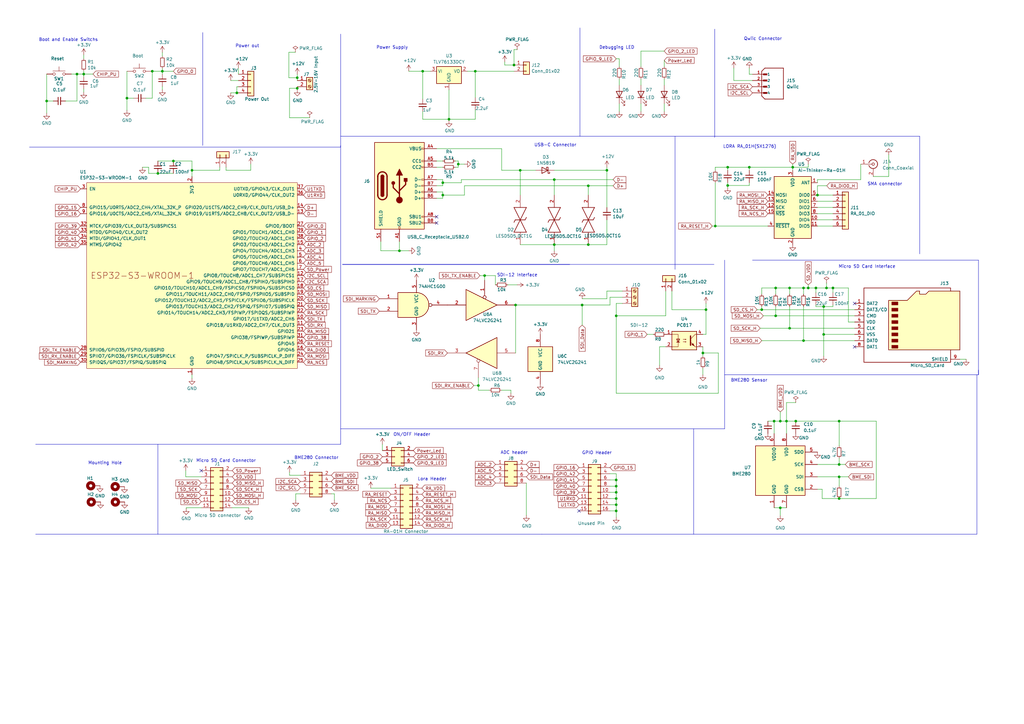
<source format=kicad_sch>
(kicad_sch (version 20231120) (generator "eeschema") (generator_version "8.0")
  (paper "A3")
  (title_block (title "MoleNet V6.2") (date "2025-03-20") (rev "2") (company "Comnets Uni Bremen") (comment 1 "Karun Raj Koloth") (comment 2 "Faruk Kollar"))
  (lib_symbols
    (symbol "+3.3V_1" (power) (pin_names (offset 0))
      (property "Value" "+3.3V_1" (at 0 3.556 0))
      (symbol "+3.3V_1_1_1"
        (pin power_in line (at 0 0 90) (length 0) hide (name "+3.3V") (number "1"))
      )
    )
    (symbol "+3.3V_2" (power) (pin_names (offset 0))
      (property "Value" "+3.3V_2" (at 0 3.556 0))
      (symbol "+3.3V_2_1_1"
        (pin power_in line (at 0 0 90) (length 0) hide (name "+3.3V") (number "1"))
      )
    )
    (symbol "+3.3V_5" (power) (pin_names (offset 0))
      (property "Value" "+3.3V_5" (at 0 3.556 0))
      (symbol "+3.3V_5_1_1"
        (pin power_in line (at 0 0 90) (length 0) hide (name "+3.3V") (number "1"))
      )
    )
    (symbol "74xGxx:74AHC1G00"
      (property "Reference" "U" (at -2.54 3.81 0))
      (property "Value" "74AHC1G00" (at 0 -3.81 0))
      (symbol "74AHC1G00_1_1"
        (pin input line (at -15.24 2.54 0) (length 7.62) (name "~") (number "1"))
        (pin input line (at -15.24 -2.54 0) (length 7.62) (name "~") (number "2"))
        (pin power_in line (at 0 -10.16 90) (length 5.08) (name "GND") (number "3"))
        (pin output inverted (at 12.7 0 180) (length 7.62) (name "~") (number "4"))
        (pin power_in line (at 0 10.16 270) (length 5.08) (name "VCC") (number "5"))
      )
    )
    (symbol "74xGxx:74LVC2G241"
      (property "Reference" "U" (at 2.54 5.08 0))
      (property "Value" "74LVC2G241" (at 2.54 -7.62 0))
      (symbol "74LVC2G241_1_1"
        (pin input inverted (at 0 10.16 270) (length 7.62) (name "~") (number "1"))
        (pin input line (at -15.24 0 0) (length 7.62) (name "~") (number "2"))
        (pin tri_state line (at 12.7 0 180) (length 7.62) (name "~") (number "6"))
      )
      (symbol "74LVC2G241_2_1"
        (pin tri_state line (at 12.7 0 180) (length 7.62) (name "~") (number "3"))
        (pin input line (at -15.24 0 0) (length 7.62) (name "~") (number "5"))
        (pin input inverted (at 0 10.16 270) (length 7.62) (name "~") (number "7"))
      )
      (symbol "74LVC2G241_3_1"
        (pin power_in line (at 0 -10.16 90) (length 5.08) (name "GND") (number "4"))
        (pin power_in line (at 0 10.16 270) (length 5.08) (name "VCC") (number "8"))
      )
    )
    (symbol "Connector:Conn_Coaxial" (pin_names (offset 1.016) hide)
      (property "Reference" "J" (at 0.254 3.048 0))
      (property "Value" "Conn_Coaxial" (at 2.921 0 90))
      (symbol "Conn_Coaxial_1_1"
        (pin passive line (at -5.08 0 0) (length 2.54) (name "In") (number "1"))
        (pin passive line (at 0 -5.08 90) (length 2.54) (name "Ext") (number "2"))
      )
    )
    (symbol "Connector:Micro_SD_Card" (pin_names (offset 1.016))
      (property "Reference" "J" (at -16.51 15.24 0))
      (property "Value" "Micro_SD_Card" (at 16.51 15.24 0))
      (symbol "Micro_SD_Card_1_1"
        (pin bidirectional line (at -22.86 7.62 0) (length 3.81) (name "DAT2") (number "1"))
        (pin bidirectional line (at -22.86 5.08 0) (length 3.81) (name "DAT3/CD") (number "2"))
        (pin input line (at -22.86 2.54 0) (length 3.81) (name "CMD") (number "3"))
        (pin power_in line (at -22.86 0 0) (length 3.81) (name "VDD") (number "4"))
        (pin input line (at -22.86 -2.54 0) (length 3.81) (name "CLK") (number "5"))
        (pin power_in line (at -22.86 -5.08 0) (length 3.81) (name "VSS") (number "6"))
        (pin bidirectional line (at -22.86 -7.62 0) (length 3.81) (name "DAT0") (number "7"))
        (pin bidirectional line (at -22.86 -10.16 0) (length 3.81) (name "DAT1") (number "8"))
        (pin passive line (at 20.32 -15.24 180) (length 3.81) (name "SHIELD") (number "9"))
      )
    )
    (symbol "Connector:Screw_Terminal_01x02" (pin_names (offset 1.016) hide)
      (property "Reference" "J14" (at -2.54 2.54 0))
      (property "Value" "Power In" (at 2.54 -5.08 90))
      (symbol "Screw_Terminal_01x02_1_1"
        (pin input line (at -5.08 0 0) (length 3.81) (name "Pin_1") (number "1"))
        (pin input line (at -5.08 -2.54 0) (length 3.81) (name "Pin_2") (number "2"))
      )
    )
    (symbol "Connector:Screw_Terminal_01x03" (pin_names (offset 1.016) hide)
      (property "Reference" "J" (at 0 5.08 0))
      (property "Value" "Screw_Terminal_01x03" (at 0 -5.08 0))
      (symbol "Screw_Terminal_01x03_1_1"
        (pin passive line (at -5.08 2.54 0) (length 3.81) (name "Pin_1") (number "1"))
        (pin passive line (at -5.08 0 0) (length 3.81) (name "Pin_2") (number "2"))
        (pin passive line (at -5.08 -2.54 0) (length 3.81) (name "Pin_3") (number "3"))
      )
    )
    (symbol "Connector:USB_C_Receptacle_USB2.0" (pin_names (offset 1.016))
      (property "Reference" "J" (at -10.16 19.05 0))
      (property "Value" "USB_C_Receptacle_USB2.0" (at 19.05 19.05 0))
      (symbol "USB_C_Receptacle_USB2.0_1_1"
        (pin passive line (at 0 -22.86 90) (length 5.08) (name "GND") (number "A1"))
        (pin passive line (at 0 -22.86 90) (length 5.08) hide (name "GND") (number "A12"))
        (pin passive line (at 15.24 15.24 180) (length 5.08) (name "VBUS") (number "A4"))
        (pin bidirectional line (at 15.24 10.16 180) (length 5.08) (name "CC1") (number "A5"))
        (pin bidirectional line (at 15.24 -2.54 180) (length 5.08) (name "D+") (number "A6"))
        (pin bidirectional line (at 15.24 2.54 180) (length 5.08) (name "D-") (number "A7"))
        (pin bidirectional line (at 15.24 -12.7 180) (length 5.08) (name "SBU1") (number "A8"))
        (pin passive line (at 15.24 15.24 180) (length 5.08) hide (name "VBUS") (number "A9"))
        (pin passive line (at 0 -22.86 90) (length 5.08) hide (name "GND") (number "B1"))
        (pin passive line (at 0 -22.86 90) (length 5.08) hide (name "GND") (number "B12"))
        (pin passive line (at 15.24 15.24 180) (length 5.08) hide (name "VBUS") (number "B4"))
        (pin bidirectional line (at 15.24 7.62 180) (length 5.08) (name "CC2") (number "B5"))
        (pin bidirectional line (at 15.24 -5.08 180) (length 5.08) (name "D+") (number "B6"))
        (pin bidirectional line (at 15.24 0 180) (length 5.08) (name "D-") (number "B7"))
        (pin bidirectional line (at 15.24 -15.24 180) (length 5.08) (name "SBU2") (number "B8"))
        (pin passive line (at 15.24 15.24 180) (length 5.08) hide (name "VBUS") (number "B9"))
        (pin passive line (at -7.62 -22.86 90) (length 5.08) (name "SHIELD") (number "S1"))
      )
    )
    (symbol "Connector_Generic:Conn_01x02" (pin_names (offset 1.016) hide)
      (property "Reference" "J" (at 0 2.54 0))
      (property "Value" "Conn_01x02" (at 0 -5.08 0))
      (symbol "Conn_01x02_1_1"
        (pin passive line (at -5.08 0 0) (length 3.81) (name "Pin_1") (number "1"))
        (pin passive line (at -5.08 -2.54 0) (length 3.81) (name "Pin_2") (number "2"))
      )
    )
    (symbol "Connector_Generic:Conn_01x04" (pin_names (offset 1.016) hide)
      (property "Reference" "J" (at 0 5.08 0))
      (property "Value" "Conn_01x04" (at 0 -7.62 0))
      (symbol "Conn_01x04_1_1"
        (pin passive line (at -5.08 2.54 0) (length 3.81) (name "Pin_1") (number "1"))
        (pin passive line (at -5.08 0 0) (length 3.81) (name "Pin_2") (number "2"))
        (pin passive line (at -5.08 -2.54 0) (length 3.81) (name "Pin_3") (number "3"))
        (pin passive line (at -5.08 -5.08 0) (length 3.81) (name "Pin_4") (number "4"))
      )
    )
    (symbol "Connector_Generic:Conn_01x06" (pin_names (offset 1.016) hide)
      (property "Reference" "J" (at 0 7.62 0))
      (property "Value" "Conn_01x06" (at 0 -10.16 0))
      (symbol "Conn_01x06_1_1"
        (pin passive line (at -5.08 5.08 0) (length 3.81) (name "Pin_1") (number "1"))
        (pin passive line (at -5.08 2.54 0) (length 3.81) (name "Pin_2") (number "2"))
        (pin passive line (at -5.08 0 0) (length 3.81) (name "Pin_3") (number "3"))
        (pin passive line (at -5.08 -2.54 0) (length 3.81) (name "Pin_4") (number "4"))
        (pin passive line (at -5.08 -5.08 0) (length 3.81) (name "Pin_5") (number "5"))
        (pin passive line (at -5.08 -7.62 0) (length 3.81) (name "Pin_6") (number "6"))
      )
    )
    (symbol "Connector_Generic:Conn_02x03_Top_Bottom" (pin_names (offset 1.016) hide)
      (property "Reference" "J5" (at 1.778 5.588 0))
      (property "Value" "LED_Switch" (at 2.159 -5.08 0))
      (symbol "Conn_02x03_Top_Bottom_1_1"
        (pin passive line (at -5.08 2.54 0) (length 3.81) (name "Pin_1") (number "1"))
        (pin passive line (at 7.62 2.54 180) (length 3.81) (name "Pin_4") (number "2"))
        (pin passive line (at -5.08 0 0) (length 3.81) (name "Pin_2") (number "3"))
        (pin passive line (at 7.62 0 180) (length 3.81) (name "Pin_5") (number "4"))
        (pin passive line (at -5.08 -2.54 0) (length 3.81) (name "Pin_3") (number "5"))
        (pin passive line (at 7.62 -2.54 180) (length 3.81) (name "Pin_6") (number "6"))
      )
    )
    (symbol "Connector_Generic:Conn_02x04_Top_Bottom" (pin_names (offset 1.016) hide)
      (property "Reference" "J12" (at 1.27 7.239 0))
      (property "Value" "I2C Interface" (at 1.524 -11.557 0))
      (symbol "Conn_02x04_Top_Bottom_1_1"
        (pin passive line (at -5.08 2.54 0) (length 3.81) (name "Pin_1") (number "1"))
        (pin passive line (at 7.62 2.54 180) (length 3.81) (name "Pin_5") (number "2"))
        (pin passive line (at -5.08 0 0) (length 3.81) (name "Pin_2") (number "3"))
        (pin passive line (at 7.62 0 180) (length 3.81) (name "Pin_6") (number "4"))
        (pin passive line (at -5.08 -2.54 0) (length 3.81) (name "Pin_3") (number "5"))
        (pin passive line (at 7.62 -2.54 180) (length 3.81) (name "Pin_7") (number "6"))
        (pin passive line (at -5.08 -5.08 0) (length 3.81) (name "Pin_4") (number "7"))
        (pin passive line (at 7.62 -5.08 180) (length 3.81) (name "Pin_8") (number "8"))
      )
    )
    (symbol "Connector_Generic:Conn_02x07_Odd_Even" (pin_names (offset 1.016) hide)
      (property "Reference" "J" (at 1.27 10.16 0))
      (property "Value" "Conn_02x07_Odd_Even" (at 1.27 -10.16 0))
      (symbol "Conn_02x07_Odd_Even_1_1"
        (pin passive line (at -5.08 7.62 0) (length 3.81) (name "Pin_1") (number "1"))
        (pin passive line (at 7.62 -2.54 180) (length 3.81) (name "Pin_10") (number "10"))
        (pin passive line (at -5.08 -5.08 0) (length 3.81) (name "Pin_11") (number "11"))
        (pin passive line (at 7.62 -5.08 180) (length 3.81) (name "Pin_12") (number "12"))
        (pin passive line (at -5.08 -7.62 0) (length 3.81) (name "Pin_13") (number "13"))
        (pin passive line (at 7.62 -7.62 180) (length 3.81) (name "Pin_14") (number "14"))
        (pin passive line (at 7.62 7.62 180) (length 3.81) (name "Pin_2") (number "2"))
        (pin passive line (at -5.08 5.08 0) (length 3.81) (name "Pin_3") (number "3"))
        (pin passive line (at 7.62 5.08 180) (length 3.81) (name "Pin_4") (number "4"))
        (pin passive line (at -5.08 2.54 0) (length 3.81) (name "Pin_5") (number "5"))
        (pin passive line (at 7.62 2.54 180) (length 3.81) (name "Pin_6") (number "6"))
        (pin passive line (at -5.08 0 0) (length 3.81) (name "Pin_7") (number "7"))
        (pin passive line (at 7.62 0 180) (length 3.81) (name "Pin_8") (number "8"))
        (pin passive line (at -5.08 -2.54 0) (length 3.81) (name "Pin_9") (number "9"))
      )
    )
    (symbol "Connector_Generic:Conn_02x08_Odd_Even" (pin_names (offset 1.016) hide)
      (property "Reference" "J" (at 1.27 10.16 0))
      (property "Value" "Conn_02x08_Odd_Even" (at 1.27 -12.7 0))
      (symbol "Conn_02x08_Odd_Even_1_1"
        (pin passive line (at -5.08 7.62 0) (length 3.81) (name "Pin_1") (number "1"))
        (pin passive line (at 7.62 -2.54 180) (length 3.81) (name "Pin_10") (number "10"))
        (pin passive line (at -5.08 -5.08 0) (length 3.81) (name "Pin_11") (number "11"))
        (pin passive line (at 7.62 -5.08 180) (length 3.81) (name "Pin_12") (number "12"))
        (pin passive line (at -5.08 -7.62 0) (length 3.81) (name "Pin_13") (number "13"))
        (pin passive line (at 7.62 -7.62 180) (length 3.81) (name "Pin_14") (number "14"))
        (pin passive line (at -5.08 -10.16 0) (length 3.81) (name "Pin_15") (number "15"))
        (pin passive line (at 7.62 -10.16 180) (length 3.81) (name "Pin_16") (number "16"))
        (pin passive line (at 7.62 7.62 180) (length 3.81) (name "Pin_2") (number "2"))
        (pin passive line (at -5.08 5.08 0) (length 3.81) (name "Pin_3") (number "3"))
        (pin passive line (at 7.62 5.08 180) (length 3.81) (name "Pin_4") (number "4"))
        (pin passive line (at -5.08 2.54 0) (length 3.81) (name "Pin_5") (number "5"))
        (pin passive line (at 7.62 2.54 180) (length 3.81) (name "Pin_6") (number "6"))
        (pin passive line (at -5.08 0 0) (length 3.81) (name "Pin_7") (number "7"))
        (pin passive line (at 7.62 0 180) (length 3.81) (name "Pin_8") (number "8"))
        (pin passive line (at -5.08 -2.54 0) (length 3.81) (name "Pin_9") (number "9"))
      )
    )
    (symbol "Device:C_Small" (pin_numbers hide) (pin_names (offset 0.254) hide)
      (property "Reference" "C" (at 0.254 1.778 0))
      (property "Value" "C_Small" (at 0.254 -2.032 0))
      (symbol "C_Small_1_1"
        (pin passive line (at 0 2.54 270) (length 2.032) (name "~") (number "1"))
        (pin passive line (at 0 -2.54 90) (length 2.032) (name "~") (number "2"))
      )
    )
    (symbol "Device:LED" (pin_numbers hide) (pin_names (offset 1.016) hide)
      (property "Reference" "D" (at 0 2.54 0))
      (property "Value" "LED" (at 0 -2.54 0))
      (symbol "LED_1_1"
        (pin passive line (at -3.81 0 0) (length 2.54) (name "K") (number "1"))
        (pin passive line (at 3.81 0 180) (length 2.54) (name "A") (number "2"))
      )
    )
    (symbol "Device:R_Small" (pin_numbers hide) (pin_names (offset 0.254) hide)
      (property "Reference" "R" (at 0.762 0.508 0))
      (property "Value" "R_Small" (at 0.762 -1.016 0))
      (symbol "R_Small_1_1"
        (pin passive line (at 0 2.54 270) (length 0.762) (name "~") (number "1"))
        (pin passive line (at 0 -2.54 90) (length 0.762) (name "~") (number "2"))
      )
    )
    (symbol "Diode:1N5819" (pin_numbers hide) (pin_names (offset 1.016) hide)
      (property "Reference" "D" (at 0 2.54 0))
      (property "Value" "1N5819" (at 0 -2.54 0))
      (symbol "1N5819_1_1"
        (pin passive line (at -3.81 0 0) (length 2.54) (name "K") (number "1"))
        (pin passive line (at 3.81 0 180) (length 2.54) (name "A") (number "2"))
      )
    )
    (symbol "GND_1" (power) (pin_names (offset 0))
      (property "Value" "GND_1" (at 0 -3.81 0))
      (symbol "GND_1_1_1"
        (pin power_in line (at 0 0 270) (length 0) hide (name "GND") (number "1"))
      )
    )
    (symbol "GND_10" (power) (pin_names (offset 0))
      (property "Value" "GND_10" (at 0 -3.81 0))
      (symbol "GND_10_1_1"
        (pin power_in line (at 0 0 270) (length 0) hide (name "GND") (number "1"))
      )
    )
    (symbol "GND_11" (power) (pin_names (offset 0))
      (property "Value" "GND_11" (at 0 -3.81 0))
      (symbol "GND_11_1_1"
        (pin power_in line (at 0 0 270) (length 0) hide (name "GND") (number "1"))
      )
    )
    (symbol "GND_12" (power) (pin_names (offset 0))
      (property "Value" "GND_12" (at 0 -3.81 0))
      (symbol "GND_12_1_1"
        (pin power_in line (at 0 0 270) (length 0) hide (name "GND") (number "1"))
      )
    )
    (symbol "GND_13" (power) (pin_names (offset 0))
      (property "Value" "GND_13" (at 0 -3.81 0))
      (symbol "GND_13_1_1"
        (pin power_in line (at 0 0 270) (length 0) hide (name "GND") (number "1"))
      )
    )
    (symbol "GND_14" (power) (pin_names (offset 0))
      (property "Value" "GND_14" (at 0 -3.81 0))
      (symbol "GND_14_1_1"
        (pin power_in line (at 0 0 270) (length 0) hide (name "GND") (number "1"))
      )
    )
    (symbol "GND_2" (power) (pin_names (offset 0))
      (property "Value" "GND_2" (at 0 -3.81 0))
      (symbol "GND_2_1_1"
        (pin power_in line (at 0 0 270) (length 0) hide (name "GND") (number "1"))
      )
    )
    (symbol "GND_3" (power) (pin_names (offset 0))
      (property "Value" "GND_3" (at 0 -3.81 0))
      (symbol "GND_3_1_1"
        (pin power_in line (at 0 0 270) (length 0) hide (name "GND") (number "1"))
      )
    )
    (symbol "GND_4" (power) (pin_names (offset 0))
      (property "Value" "GND_4" (at 0 -3.81 0))
      (symbol "GND_4_1_1"
        (pin power_in line (at 0 0 270) (length 0) hide (name "GND") (number "1"))
      )
    )
    (symbol "GND_5" (power) (pin_names (offset 0))
      (property "Value" "GND_5" (at 0 -3.81 0))
      (symbol "GND_5_1_1"
        (pin power_in line (at 0 0 270) (length 0) hide (name "GND") (number "1"))
      )
    )
    (symbol "GND_6" (power) (pin_names (offset 0))
      (property "Value" "GND_6" (at 0 -3.81 0))
      (symbol "GND_6_1_1"
        (pin power_in line (at 0 0 270) (length 0) hide (name "GND") (number "1"))
      )
    )
    (symbol "GND_7" (power) (pin_names (offset 0))
      (property "Value" "GND_7" (at 0 -3.81 0))
      (symbol "GND_7_1_1"
        (pin power_in line (at 0 0 270) (length 0) hide (name "GND") (number "1"))
      )
    )
    (symbol "GND_8" (power) (pin_names (offset 0))
      (property "Value" "GND_8" (at 0 -3.81 0))
      (symbol "GND_8_1_1"
        (pin power_in line (at 0 0 270) (length 0) hide (name "GND") (number "1"))
      )
    )
    (symbol "GND_9" (power) (pin_names (offset 0))
      (property "Value" "GND_9" (at 0 -3.81 0))
      (symbol "GND_9_1_1"
        (pin power_in line (at 0 0 270) (length 0) hide (name "GND") (number "1"))
      )
    )
    (symbol "Isolator:PC817" (pin_names (offset 1.016))
      (property "Reference" "U" (at -5.08 5.08 0))
      (property "Value" "PC817" (at 0 5.08 0))
      (symbol "PC817_1_1"
        (pin passive line (at -7.62 2.54 0) (length 2.54) (name "~") (number "1"))
        (pin passive line (at -7.62 -2.54 0) (length 2.54) (name "~") (number "2"))
        (pin passive line (at 7.62 -2.54 180) (length 2.54) (name "~") (number "3"))
        (pin passive line (at 7.62 2.54 180) (length 2.54) (name "~") (number "4"))
      )
    )
    (symbol "LESD5D5_0CT1G:LESD5D5.0CT1G" (pin_names hide)
      (property "Reference" "D" (at 12.7 8.89 0))
      (property "Value" "LESD5D5.0CT1G" (at 12.7 6.35 0))
      (symbol "LESD5D5.0CT1G_1_1"
        (pin passive line (at 0 0 0) (length 5.08) (name "1") (number "1"))
        (pin passive line (at 20.32 0 180) (length 5.08) (name "2") (number "2"))
      )
    )
    (symbol "Mechanical:MountingHole_Pad" (pin_numbers hide) (pin_names (offset 1.016) hide)
      (property "Reference" "H" (at 0 6.35 0))
      (property "Value" "MountingHole_Pad" (at 0 4.445 0))
      (symbol "MountingHole_Pad_1_1"
        (pin input line (at 0 -2.54 90) (length 2.54) (name "1") (number "1"))
      )
    )
    (symbol "PCM_Espressif:ESP32-S3-WROOM-1" (pin_names (offset 1.016))
      (property "Reference" "U" (at -43.18 43.18 0))
      (property "Value" "ESP32-S3-WROOM-1" (at -43.18 40.64 0))
      (symbol "ESP32-S3-WROOM-1_0_0"
        (text "ESP32-S3-WROOM-1" (at -20.32 0 0) (effects (font (size 2.54 2.54))))
        (pin power_in line (at 0 -40.64 90) (length 2.54) (name "GND") (number "1"))
        (pin bidirectional line (at 45.72 -17.78 180) (length 2.54) (name "GPIO17/U1TXD/ADC2_CH6") (number "10"))
        (pin bidirectional line (at 45.72 -20.32 180) (length 2.54) (name "GPIO18/U1RXD/ADC2_CH7/CLK_OUT3") (number "11"))
        (pin bidirectional line (at 45.72 0 180) (length 2.54) (name "GPIO8/TOUCH8/ADC1_CH7/SUBSPICS1") (number "12"))
        (pin bidirectional line (at 45.72 25.4 180) (length 2.54) (name "GPIO19/U1RTS/ADC2_CH8/CLK_OUT2/USB_D-") (number "13"))
        (pin bidirectional line (at 45.72 27.94 180) (length 2.54) (name "GPIO20/U1CTS/ADC2_CH9/CLK_OUT1/USB_D+") (number "14"))
        (pin bidirectional line (at 45.72 12.7 180) (length 2.54) (name "GPIO3/TOUCH3/ADC1_CH2") (number "15"))
        (pin bidirectional line (at 45.72 -30.48 180) (length 2.54) (name "GPIO46") (number "16"))
        (pin bidirectional line (at 45.72 -2.54 180) (length 2.54) (name "GPIO9/TOUCH9/ADC1_CH8/FSPIHD/SUBSPIHD") (number "17"))
        (pin bidirectional line (at 45.72 -5.08 180) (length 2.54) (name "GPIO10/TOUCH10/ADC1_CH9/FSPICS0/FSPIIO4/SUBSPICS0") (number "18"))
        (pin bidirectional line (at 45.72 -7.62 180) (length 2.54) (name "GPIO11/TOUCH11/ADC2_CH0/FSPID/FSPIIO5/SUBSPID") (number "19"))
        (pin power_in line (at 0 40.64 270) (length 2.54) (name "3V3") (number "2"))
        (pin bidirectional line (at 45.72 -10.16 180) (length 2.54) (name "GPIO12/TOUCH12/ADC2_CH1/FSPICLK/FSPIIO6/SUBSPICLK") (number "20"))
        (pin bidirectional line (at 45.72 -12.7 180) (length 2.54) (name "GPIO13/TOUCH13/ADC2_CH2/FSPIQ/FSPIIO7/SUBSPIQ") (number "21"))
        (pin bidirectional line (at 45.72 -15.24 180) (length 2.54) (name "GPIO14/TOUCH14/ADC2_CH3/FSPIWP/FSPIDQS/SUBSPIWP") (number "22"))
        (pin bidirectional line (at 45.72 -22.86 180) (length 2.54) (name "GPIO21") (number "23"))
        (pin bidirectional line (at 45.72 -33.02 180) (length 2.54) (name "GPIO47/SPICLK_P/SUBSPICLK_P_DIFF") (number "24"))
        (pin bidirectional line (at 45.72 -35.56 180) (length 2.54) (name "GPIO48/SPICLK_N/SUBSPICLK_N_DIFF") (number "25"))
        (pin bidirectional line (at 45.72 -27.94 180) (length 2.54) (name "GPIO45") (number "26"))
        (pin bidirectional line (at 45.72 20.32 180) (length 2.54) (name "GPIO0/BOOT") (number "27"))
        (pin bidirectional line (at -45.72 -30.48 0) (length 2.54) (name "SPIIO6/GPIO35/FSPID/SUBSPID") (number "28"))
        (pin bidirectional line (at -45.72 -33.02 0) (length 2.54) (name "SPIIO7/GPIO36/FSPICLK/SUBSPICLK") (number "29"))
        (pin input line (at -45.72 35.56 0) (length 2.54) (name "EN") (number "3"))
        (pin bidirectional line (at -45.72 -35.56 0) (length 2.54) (name "SPIDQS/GPIO37/FSPIQ/SUBSPIQ") (number "30"))
        (pin bidirectional line (at 45.72 -25.4 180) (length 2.54) (name "GPIO38/FSPIWP/SUBSPIWP") (number "31"))
        (pin bidirectional line (at -45.72 20.32 0) (length 2.54) (name "MTCK/GPIO39/CLK_OUT3/SUBSPICS1") (number "32"))
        (pin bidirectional line (at -45.72 17.78 0) (length 2.54) (name "MTDO/GPIO40/CLK_OUT2") (number "33"))
        (pin bidirectional line (at -45.72 15.24 0) (length 2.54) (name "MTDI/GPIO41/CLK_OUT1") (number "34"))
        (pin bidirectional line (at -45.72 12.7 0) (length 2.54) (name "MTMS/GPIO42") (number "35"))
        (pin bidirectional line (at 45.72 33.02 180) (length 2.54) (name "U0RXD/GPIO44/CLK_OUT2") (number "36"))
        (pin bidirectional line (at 45.72 35.56 180) (length 2.54) (name "U0TXD/GPIO43/CLK_OUT1") (number "37"))
        (pin bidirectional line (at 45.72 15.24 180) (length 2.54) (name "GPIO2/TOUCH2/ADC1_CH1") (number "38"))
        (pin bidirectional line (at 45.72 17.78 180) (length 2.54) (name "GPIO1/TOUCH1/ADC1_CH0") (number "39"))
        (pin bidirectional line (at 45.72 10.16 180) (length 2.54) (name "GPIO4/TOUCH4/ADC1_CH3") (number "4"))
        (pin passive line (at 0 -40.64 90) (length 2.54) hide (name "GND") (number "40"))
        (pin passive line (at 0 -40.64 90) (length 2.54) hide (name "GND") (number "41"))
        (pin bidirectional line (at 45.72 7.62 180) (length 2.54) (name "GPIO5/TOUCH5/ADC1_CH4") (number "5"))
        (pin bidirectional line (at 45.72 5.08 180) (length 2.54) (name "GPIO6/TOUCH6/ADC1_CH5") (number "6"))
        (pin bidirectional line (at 45.72 2.54 180) (length 2.54) (name "GPIO7/TOUCH7/ADC1_CH6") (number "7"))
        (pin bidirectional line (at -45.72 27.94 0) (length 2.54) (name "GPIO15/U0RTS/ADC2_CH4/XTAL_32K_P") (number "8"))
        (pin bidirectional line (at -45.72 25.4 0) (length 2.54) (name "GPIO16/U0CTS/ADC2_CH5/XTAL_32K_N") (number "9"))
      )
    )
    (symbol "PRT-14417:PRT-14417" (pin_names (offset 1.016))
      (property "Reference" "J" (at -2.54 8.382 0))
      (property "Value" "PRT-14417" (at -2.54 -7.62 0))
      (symbol "PRT-14417_0_0"
        (pin passive line (at -7.62 5.08 0) (length 5.08) (name "1") (number "1"))
        (pin passive line (at -7.62 2.54 0) (length 5.08) (name "2") (number "2"))
        (pin passive line (at -7.62 0 0) (length 5.08) (name "3") (number "3"))
        (pin passive line (at -7.62 -2.54 0) (length 5.08) (name "4") (number "4"))
      )
    )
    (symbol "PWR_FLAG_1" (power) (pin_numbers hide) (pin_names (offset 0) hide)
      (property "Value" "PWR_FLAG_1" (at 0 3.81 0))
      (symbol "PWR_FLAG_1_0_0"
        (pin power_out line (at 0 0 90) (length 0) (name "pwr") (number "1"))
      )
    )
    (symbol "PWR_FLAG_2" (power) (pin_numbers hide) (pin_names (offset 0) hide)
      (property "Value" "PWR_FLAG_2" (at 0 3.81 0))
      (symbol "PWR_FLAG_2_0_0"
        (pin power_out line (at 0 0 90) (length 0) (name "pwr") (number "1"))
      )
    )
    (symbol "PWR_FLAG_3" (power) (pin_numbers hide) (pin_names (offset 0) hide)
      (property "Value" "PWR_FLAG_3" (at 0 3.81 0))
      (symbol "PWR_FLAG_3_0_0"
        (pin power_out line (at 0 0 90) (length 0) (name "pwr") (number "1"))
      )
    )
    (symbol "RF_Module:Ai-Thinker-Ra-01"
      (property "Reference" "U" (at 2.54 17.78 0))
      (property "Value" "Ai-Thinker-Ra-01" (at 13.97 -15.24 0))
      (symbol "Ai-Thinker-Ra-01_1_1"
        (pin passive line (at 10.16 10.16 180) (length 2.54) (name "ANT") (number "1"))
        (pin bidirectional line (at 10.16 -5.08 180) (length 2.54) (name "DIO4") (number "10"))
        (pin bidirectional line (at 10.16 -7.62 180) (length 2.54) (name "DIO5") (number "11"))
        (pin input line (at -10.16 0 0) (length 2.54) (name "SCK") (number "12"))
        (pin output line (at -10.16 2.54 0) (length 2.54) (name "MISO") (number "13"))
        (pin input line (at -10.16 5.08 0) (length 2.54) (name "MOSI") (number "14"))
        (pin input line (at -10.16 -2.54 0) (length 2.54) (name "~{NSS}") (number "15"))
        (pin passive line (at 0 -15.24 90) (length 2.54) hide (name "GND") (number "16"))
        (pin power_in line (at 0 -15.24 90) (length 2.54) (name "GND") (number "2"))
        (pin power_in line (at 0 15.24 270) (length 2.54) (name "VDD") (number "3"))
        (pin input line (at -10.16 -7.62 0) (length 2.54) (name "~{RESET}") (number "4"))
        (pin bidirectional line (at 10.16 5.08 180) (length 2.54) (name "DIO0") (number "5"))
        (pin bidirectional line (at 10.16 2.54 180) (length 2.54) (name "DIO1") (number "6"))
        (pin bidirectional line (at 10.16 0 180) (length 2.54) (name "DIO2") (number "7"))
        (pin bidirectional line (at 10.16 -2.54 180) (length 2.54) (name "DIO3") (number "8"))
        (pin passive line (at 0 -15.24 90) (length 2.54) hide (name "GND") (number "9"))
      )
    )
    (symbol "Regulator_Linear:TLV76133DCY"
      (property "Reference" "U" (at -7.62 6.35 0))
      (property "Value" "TLV76133DCY" (at -1.27 6.35 0))
      (symbol "TLV76133DCY_1_1"
        (pin power_in line (at 0 -7.62 90) (length 2.54) (name "GND") (number "1"))
        (pin power_out line (at 7.62 0 180) (length 2.54) (name "VO") (number "2"))
        (pin power_in line (at -7.62 0 0) (length 2.54) (name "VI") (number "3"))
      )
    )
    (symbol "Sensor:BME280"
      (property "Reference" "U" (at -8.89 11.43 0))
      (property "Value" "BME280" (at 7.62 11.43 0))
      (symbol "BME280_1_1"
        (pin power_in line (at -2.54 -15.24 90) (length 5.08) (name "GND") (number "1"))
        (pin input line (at 15.24 -7.62 180) (length 5.08) (name "CSB") (number "2"))
        (pin bidirectional line (at 15.24 -2.54 180) (length 5.08) (name "SDI") (number "3"))
        (pin input line (at 15.24 2.54 180) (length 5.08) (name "SCK") (number "4"))
        (pin bidirectional line (at 15.24 7.62 180) (length 5.08) (name "SDO") (number "5"))
        (pin power_in line (at -2.54 15.24 270) (length 5.08) (name "VDDIO") (number "6"))
        (pin power_in line (at 2.54 -15.24 90) (length 5.08) (name "GND") (number "7"))
        (pin power_in line (at 2.54 15.24 270) (length 5.08) (name "VDD") (number "8"))
      )
    )
    (symbol "Switch:SW_Push" (pin_numbers hide) (pin_names (offset 1.016) hide)
      (property "Reference" "SW" (at 1.27 2.54 0))
      (property "Value" "SW_Push" (at 0 -1.524 0))
      (symbol "SW_Push_0_1"
        (pin passive line (at -5.08 0 0) (length 2.54) (name "1") (number "1"))
        (pin passive line (at 5.08 0 180) (length 2.54) (name "2") (number "2"))
      )
    )
    (symbol "power:+12V" (power) (pin_names (offset 0))
      (property "Value" "+12V" (at 0 3.556 0))
      (symbol "+12V_1_1"
        (pin power_in line (at 0 0 90) (length 0) hide (name "+12V") (number "1"))
      )
    )
    (symbol "power:GND" (power) (pin_names (offset 0))
      (property "Value" "GND" (at 0 -3.81 0))
      (symbol "GND_1_1"
        (pin power_in line (at 0 0 270) (length 0) hide (name "GND") (number "1"))
      )
    )
    (symbol "power:PWR_FLAG" (power) (pin_numbers hide) (pin_names (offset 0) hide)
      (property "Value" "PWR_FLAG" (at 0 3.81 0))
      (symbol "PWR_FLAG_0_0"
        (pin power_out line (at 0 0 90) (length 0) (name "pwr") (number "1"))
      )
    )
  )
  (junction (at 252.73 196.85))
  (junction (at 331.4954 118.11))
  (junction (at 320.04 172.72))
  (junction (at 184.15 48.895))
  (junction (at 344.17 172.72))
  (junction (at 323.85 118.11))
  (junction (at 163.83 102.87))
  (junction (at 34.3408 30.3784))
  (junction (at 78.74 69.85))
  (junction (at 298.45 76.073))
  (junction (at 344.17 204.47))
  (junction (at 52.07 40.259))
  (junction (at 62.4586 29.21))
  (junction (at 318.135 129.54))
  (junction (at 252.73 204.47))
  (junction (at 241.3 100.33))
  (junction (at 298.45 68.58))
  (junction (at 252.73 201.93))
  (junction (at 322.58 172.72))
  (junction (at 344.17 190.5))
  (junction (at 326.39 172.72))
  (junction (at 252.73 207.01))
  (junction (at 307.34 68.58))
  (junction (at 196.215 158.115))
  (junction (at 252.73 129.54))
  (junction (at 318.135 118.11))
  (junction (at 337.82 125.73))
  (junction (at 97.155 38.1))
  (junction (at 344.17 195.58))
  (junction (at 227.33 73.66))
  (junction (at 213.36 69.85))
  (junction (at 335.28 80.01))
  (junction (at 194.945 29.21))
  (junction (at 31.5722 30.3784))
  (junction (at 312.42 127))
  (junction (at 71.12 66.04))
  (junction (at 288.29 144.78))
  (junction (at 210.82 26.67))
  (junction (at 187.96 67.31))
  (junction (at 248.92 69.85))
  (junction (at 329.565 118.11))
  (junction (at 19.1262 41.4274))
  (junction (at 289.56 127))
  (junction (at 252.73 199.39))
  (junction (at 66.5988 29.21))
  (junction (at 325.12 68.58))
  (junction (at 252.73 209.55))
  (junction (at 329.565 139.7))
  (junction (at 181.61 80.01))
  (junction (at 181.61 74.93))
  (junction (at 337.82 137.16))
  (junction (at 121.92 31.877))
  (junction (at 198.755 113.03))
  (junction (at 293.37 92.71))
  (junction (at 121.92 36.195))
  (junction (at 323.85 134.62))
  (junction (at 334.645 118.11))
  (junction (at 173.355 29.21))
  (junction (at 317.5 172.72))
  (junction (at 241.3 76.2))
  (junction (at 227.33 100.33))
  (junction (at 320.04 208.28))
  (junction (at 211.455 125.095))
  (junction (at 238.76 125.095))
  (junction (at 64.77 71.12))
  (junction (at 341.63 118.11))
  (junction (at 338.9884 118.11))
  (no_connect (at 350.52 142.24))
  (no_connect (at 350.52 124.46))
  (no_connect (at 179.07 88.9))
  (no_connect (at 179.07 91.44))
  (no_connect (at 237.49 209.55))
  (no_connect (at 82.55 193.04))
  (wire (pts (xy 325.12 67.31) (xy 325.12 68.58)))
  (wire (pts (xy 184.15 48.895) (xy 184.15 49.53)))
  (wire (pts (xy 251.46 76.2) (xy 241.3 76.2)))
  (wire (pts (xy 179.07 76.2) (xy 181.61 76.2)))
  (wire (pts (xy 215.9 198.12) (xy 215.9 211.328)))
  (wire (pts (xy 29.2862 30.3784) (xy 31.5722 30.3784)))
  (wire (pts (xy 167.64 29.21) (xy 173.355 29.21)))
  (wire (pts (xy 66.5988 29.21) (xy 66.5988 30.3784)))
  (wire (pts (xy 344.17 195.58) (xy 347.98 195.58)))
  (wire (pts (xy 60.96 68.58) (xy 60.96 71.12)))
  (wire (pts (xy 187.96 68.58) (xy 186.69 68.58)))
  (polyline (pts (xy 400.685 219.075) (xy 400.685 153.67)))
  (wire (pts (xy 248.92 122.555) (xy 238.76 122.555)))
  (wire (pts (xy 335.28 82.55) (xy 341.63 82.55)))
  (wire (pts (xy 95.25 208.28) (xy 102.0064 208.28)))
  (wire (pts (xy 248.92 119.38) (xy 248.92 122.555)))
  (wire (pts (xy 179.07 66.04) (xy 181.61 66.04)))
  (wire (pts (xy 265.43 137.16) (xy 267.97 137.16)))
  (wire (pts (xy 184.15 36.83) (xy 184.15 48.895)))
  (wire (pts (xy 181.61 76.2) (xy 181.61 74.93)))
  (wire (pts (xy 298.45 68.58) (xy 307.34 68.58)))
  (wire (pts (xy 254 24.13) (xy 254 27.305)))
  (wire (pts (xy 335.28 73.66) (xy 335.28 74.93)))
  (wire (pts (xy 97.79 30.48) (xy 97.79 27.94)))
  (wire (pts (xy 337.82 137.16) (xy 337.82 146.05)))
  (wire (pts (xy 317.5 172.72) (xy 314.96 172.72)))
  (wire (pts (xy 203.2 116.84) (xy 203.2 113.03)))
  (wire (pts (xy 262.89 42.545) (xy 262.89 45.72)))
  (wire (pts (xy 307.34 68.58) (xy 307.34 69.85)))
  (wire (pts (xy 208.28 116.84) (xy 212.09 116.84)))
  (wire (pts (xy 252.73 161.29) (xy 294.64 161.29)))
  (wire (pts (xy 207.01 25.4) (xy 207.01 26.67)))
  (wire (pts (xy 322.58 165.1) (xy 322.58 172.72)))
  (wire (pts (xy 335.28 195.58) (xy 344.17 195.58)))
  (polyline (pts (xy 14.605 182.245) (xy 139.7 182.245)))
  (wire (pts (xy 250.19 201.93) (xy 252.73 201.93)))
  (wire (pts (xy 238.76 125.095) (xy 238.76 133.35)))
  (wire (pts (xy 350.52 129.54) (xy 318.135 129.54)))
  (wire (pts (xy 92.71 68.58) (xy 92.71 69.85)))
  (wire (pts (xy 58.42 68.58) (xy 60.96 68.58)))
  (wire (pts (xy 317.5 208.28) (xy 320.04 208.28)))
  (wire (pts (xy 322.58 172.72) (xy 326.39 172.72)))
  (polyline (pts (xy 284.48 175.895) (xy 284.48 219.075)))
  (wire (pts (xy 62.4586 40.259) (xy 59.8424 40.259)))
  (wire (pts (xy 64.77 66.04) (xy 71.12 66.04)))
  (wire (pts (xy 353.06 73.66) (xy 353.06 67.31)))
  (wire (pts (xy 90.17 69.85) (xy 78.74 69.85)))
  (polyline (pts (xy 237.871 55.88) (xy 377.19 55.88)))
  (wire (pts (xy 152.0444 200.2028) (xy 160.3248 200.2028)))
  (wire (pts (xy 186.69 66.04) (xy 187.96 66.04)))
  (wire (pts (xy 307.34 76.073) (xy 298.45 76.073)))
  (wire (pts (xy 210.82 20.32) (xy 210.82 26.67)))
  (wire (pts (xy 181.61 80.01) (xy 181.61 78.74)))
  (wire (pts (xy 121.92 30.48) (xy 121.92 31.877)))
  (wire (pts (xy 241.3 80.01) (xy 241.3 76.2)))
  (wire (pts (xy 326.39 165.1) (xy 322.58 165.1)))
  (wire (pts (xy 312.42 120.65) (xy 312.42 118.11)))
  (wire (pts (xy 121.92 36.195) (xy 121.92 36.83)))
  (wire (pts (xy 213.36 69.85) (xy 213.36 80.01)))
  (wire (pts (xy 293.37 92.71) (xy 314.96 92.71)))
  (wire (pts (xy 135.89 202.565) (xy 137.16 202.565)))
  (wire (pts (xy 227.33 69.85) (xy 248.92 69.85)))
  (wire (pts (xy 293.37 68.58) (xy 293.37 69.85)))
  (wire (pts (xy 331.47 68.58) (xy 325.12 68.58)))
  (wire (pts (xy 307.34 30.48) (xy 307.34 27.94)))
  (wire (pts (xy 359.41 172.72) (xy 344.17 172.72)))
  (wire (pts (xy 250.19 204.47) (xy 252.73 204.47)))
  (wire (pts (xy 337.82 125.73) (xy 341.63 125.73)))
  (wire (pts (xy 52.07 40.259) (xy 52.07 29.21)))
  (polyline (pts (xy 139.7 13.97) (xy 139.7 60.325)))
  (wire (pts (xy 298.45 76.9874) (xy 298.45 76.073)))
  (wire (pts (xy 250.19 207.01) (xy 252.73 207.01)))
  (wire (pts (xy 318.135 118.11) (xy 323.85 118.11)))
  (wire (pts (xy 329.565 118.11) (xy 331.4954 118.11)))
  (wire (pts (xy 334.645 118.11) (xy 338.9884 118.11)))
  (wire (pts (xy 189.23 74.93) (xy 181.61 74.93)))
  (wire (pts (xy 248.92 69.85) (xy 248.92 85.09)))
  (wire (pts (xy 298.45 68.58) (xy 293.37 68.58)))
  (wire (pts (xy 34.3408 30.3784) (xy 34.3408 31.3944)))
  (wire (pts (xy 329.565 139.7) (xy 350.52 139.7)))
  (wire (pts (xy 317.5 172.72) (xy 320.04 172.72)))
  (wire (pts (xy 76.3524 208.28) (xy 82.55 208.28)))
  (wire (pts (xy 273.05 119.38) (xy 273.05 129.54)))
  (polyline (pts (xy 401.32 106.68) (xy 401.32 153.67)))
  (wire (pts (xy 320.04 208.28) (xy 320.04 211.455)))
  (wire (pts (xy 19.1262 46.3804) (xy 19.1262 41.4274)))
  (polyline (pts (xy 237.871 11.43) (xy 237.871 55.88)))
  (wire (pts (xy 194.31 158.115) (xy 196.215 158.115)))
  (wire (pts (xy 252.73 201.93) (xy 252.73 204.47)))
  (wire (pts (xy 118.491 31.877) (xy 121.92 31.877)))
  (wire (pts (xy 250.19 196.85) (xy 252.73 196.85)))
  (wire (pts (xy 292.1 92.71) (xy 293.37 92.71)))
  (wire (pts (xy 289.56 137.16) (xy 288.29 137.16)))
  (wire (pts (xy 341.63 120.015) (xy 341.63 118.11)))
  (wire (pts (xy 289.56 124.46) (xy 289.56 127)))
  (wire (pts (xy 181.61 78.74) (xy 179.07 78.74)))
  (wire (pts (xy 118.745 48.26) (xy 118.745 36.195)))
  (wire (pts (xy 78.74 153.67) (xy 78.74 155.194)))
  (wire (pts (xy 254 42.545) (xy 254 45.72)))
  (wire (pts (xy 118.745 194.945) (xy 123.19 194.945)))
  (wire (pts (xy 335.28 85.09) (xy 341.63 85.09)))
  (polyline (pts (xy 64.77 219.075) (xy 222.25 219.075)))
  (wire (pts (xy 179.07 73.66) (xy 181.61 73.66)))
  (wire (pts (xy 241.3 100.33) (xy 248.92 100.33)))
  (wire (pts (xy 294.64 144.78) (xy 288.29 144.78)))
  (wire (pts (xy 344.17 204.47) (xy 359.41 204.47)))
  (wire (pts (xy 335.28 73.66) (xy 353.06 73.66)))
  (wire (pts (xy 347.98 132.08) (xy 347.98 118.11)))
  (wire (pts (xy 62.4586 29.21) (xy 66.5988 29.21)))
  (wire (pts (xy 326.39 172.72) (xy 344.17 172.72)))
  (wire (pts (xy 97.79 33.02) (xy 94.615 33.02)))
  (wire (pts (xy 252.73 207.01) (xy 252.73 209.55)))
  (wire (pts (xy 173.355 45.72) (xy 173.355 48.895)))
  (wire (pts (xy 76.2 195.58) (xy 82.55 195.58)))
  (polyline (pts (xy 284.48 219.075) (xy 400.685 219.075)))
  (wire (pts (xy 341.63 118.11) (xy 347.98 118.11)))
  (wire (pts (xy 335.28 90.17) (xy 341.63 90.17)))
  (wire (pts (xy 118.745 193.675) (xy 118.745 194.945)))
  (wire (pts (xy 250.19 121.92) (xy 250.19 125.095)))
  (wire (pts (xy 273.05 142.24) (xy 270.51 142.24)))
  (wire (pts (xy 337.82 137.16) (xy 337.82 125.73)))
  (wire (pts (xy 300.99 33.02) (xy 300.99 27.94)))
  (wire (pts (xy 293.37 74.93) (xy 293.37 92.71)))
  (wire (pts (xy 173.355 29.21) (xy 173.355 40.64)))
  (wire (pts (xy 64.77 71.12) (xy 71.12 71.12)))
  (wire (pts (xy 359.41 204.47) (xy 359.41 172.72)))
  (wire (pts (xy 335.28 92.71) (xy 341.63 92.71)))
  (wire (pts (xy 209.55 160.02) (xy 209.55 161.29)))
  (wire (pts (xy 198.755 113.03) (xy 198.755 114.935)))
  (wire (pts (xy 62.4586 29.21) (xy 62.4586 40.259)))
  (wire (pts (xy 102.87 69.85) (xy 102.87 67.31)))
  (wire (pts (xy 318.135 125.73) (xy 318.135 129.54)))
  (wire (pts (xy 250.19 199.39) (xy 252.73 199.39)))
  (polyline (pts (xy 83.185 13.335) (xy 83.185 59.69)))
  (wire (pts (xy 121.92 35.56) (xy 121.92 36.195)))
  (wire (pts (xy 252.73 204.47) (xy 252.73 207.01)))
  (wire (pts (xy 325.12 68.58) (xy 325.12 69.85)))
  (polyline (pts (xy 293.116 11.938) (xy 293.116 56.388)))
  (wire (pts (xy 322.58 177.8) (xy 322.58 172.72)))
  (wire (pts (xy 350.52 137.16) (xy 337.82 137.16)))
  (wire (pts (xy 212.09 20.32) (xy 210.82 20.32)))
  (wire (pts (xy 102.87 69.85) (xy 92.71 69.85)))
  (wire (pts (xy 137.16 202.565) (xy 137.16 205.105)))
  (polyline (pts (xy 401.32 151.765) (xy 401.32 153.67)))
  (wire (pts (xy 34.3408 29.1084) (xy 34.3408 30.3784)))
  (wire (pts (xy 189.23 73.66) (xy 189.23 74.93)))
  (wire (pts (xy 323.85 125.73) (xy 323.85 134.62)))
  (wire (pts (xy 311.785 134.62) (xy 323.85 134.62)))
  (wire (pts (xy 288.29 151.13) (xy 288.29 153.67)))
  (wire (pts (xy 312.42 125.73) (xy 312.42 127)))
  (wire (pts (xy 118.745 36.195) (xy 121.92 36.195)))
  (wire (pts (xy 329.565 125.73) (xy 329.565 139.7)))
  (wire (pts (xy 339.09 76.2) (xy 335.28 76.2)))
  (wire (pts (xy 329.565 120.65) (xy 329.565 118.11)))
  (wire (pts (xy 289.56 127) (xy 289.56 137.16)))
  (wire (pts (xy 205.74 160.02) (xy 209.55 160.02)))
  (wire (pts (xy 179.07 81.28) (xy 181.61 81.28)))
  (polyline (pts (xy 276.86 55.88) (xy 276.86 110.49)))
  (wire (pts (xy 248.92 68.58) (xy 248.92 69.85)))
  (wire (pts (xy 205.74 69.85) (xy 213.36 69.85)))
  (wire (pts (xy 194.945 29.21) (xy 210.82 29.21)))
  (polyline (pts (xy 139.7 55.88) (xy 237.871 55.88)))
  (wire (pts (xy 334.645 118.11) (xy 334.645 120.015)))
  (wire (pts (xy 207.01 26.67) (xy 210.82 26.67)))
  (wire (pts (xy 19.1262 41.4274) (xy 21.8186 41.4274)))
  (wire (pts (xy 156.21 99.06) (xy 156.21 102.87)))
  (wire (pts (xy 227.33 100.33) (xy 241.3 100.33)))
  (wire (pts (xy 102.0064 208.28) (xy 102.0064 208.3308)))
  (wire (pts (xy 335.28 87.63) (xy 341.63 87.63)))
  (wire (pts (xy 364.49 63.5) (xy 364.49 72.39)))
  (wire (pts (xy 62.23 29.21) (xy 62.4586 29.21)))
  (wire (pts (xy 31.5722 30.3784) (xy 34.3408 30.3784)))
  (wire (pts (xy 31.5722 41.4274) (xy 31.5722 30.3784)))
  (wire (pts (xy 194.945 40.005) (xy 194.945 29.21)))
  (wire (pts (xy 26.8986 41.4274) (xy 31.5722 41.4274)))
  (polyline (pts (xy 377.19 55.88) (xy 377.19 104.14)))
  (wire (pts (xy 219.71 69.85) (xy 213.36 69.85)))
  (wire (pts (xy 298.45 76.073) (xy 298.45 74.93)))
  (wire (pts (xy 97.155 35.56) (xy 97.155 38.1)))
  (polyline (pts (xy 297.18 175.895) (xy 139.7 175.895)))
  (wire (pts (xy 250.19 209.55) (xy 252.73 209.55)))
  (wire (pts (xy 97.155 38.1) (xy 94.615 38.1)))
  (wire (pts (xy 307.34 74.93) (xy 307.34 76.073)))
  (wire (pts (xy 350.52 132.08) (xy 347.98 132.08)))
  (wire (pts (xy 334.645 125.73) (xy 337.82 125.73)))
  (wire (pts (xy 255.27 119.38) (xy 248.92 119.38)))
  (wire (pts (xy 66.5988 36.7538) (xy 66.5988 35.4584)))
  (polyline (pts (xy 401.32 153.67) (xy 297.18 153.67)))
  (wire (pts (xy 190.5 76.2) (xy 190.5 80.01)))
  (wire (pts (xy 294.64 161.29) (xy 294.64 144.78)))
  (wire (pts (xy 78.74 69.85) (xy 78.74 72.39)))
  (wire (pts (xy 272.415 32.385) (xy 272.415 34.925)))
  (wire (pts (xy 318.135 120.65) (xy 318.135 118.11)))
  (wire (pts (xy 252.73 196.85) (xy 252.73 199.39)))
  (wire (pts (xy 121.285 202.565) (xy 121.285 205.105)))
  (wire (pts (xy 66.5988 21.5138) (xy 66.5988 23.0124)))
  (wire (pts (xy 191.77 29.21) (xy 194.945 29.21)))
  (wire (pts (xy 238.76 125.095) (xy 250.19 125.095)))
  (wire (pts (xy 341.63 125.73) (xy 341.63 125.095)))
  (wire (pts (xy 181.61 81.28) (xy 181.61 80.01)))
  (wire (pts (xy 272.415 20.955) (xy 262.89 20.955)))
  (wire (pts (xy 262.89 20.955) (xy 262.89 27.305)))
  (wire (pts (xy 121.158 21.463) (xy 118.491 21.463)))
  (wire (pts (xy 272.415 27.305) (xy 272.415 24.765)))
  (polyline (pts (xy 64.77 182.245) (xy 64.77 219.075)))
  (wire (pts (xy 288.29 144.78) (xy 288.29 146.05)))
  (wire (pts (xy 393.7 147.32) (xy 396.24 147.32)))
  (wire (pts (xy 364.49 72.39) (xy 358.14 72.39)))
  (wire (pts (xy 344.17 204.47) (xy 337.185 204.47)))
  (wire (pts (xy 275.59 127) (xy 289.56 127)))
  (wire (pts (xy 34.3408 30.3784) (xy 38.1508 30.3784)))
  (polyline (pts (xy 12.065 60.325) (xy 139.7 60.325)))
  (wire (pts (xy 173.355 29.21) (xy 176.53 29.21)))
  (wire (pts (xy 66.5988 28.0924) (xy 66.5988 29.21)))
  (wire (pts (xy 121.92 31.877) (xy 121.92 33.02)))
  (wire (pts (xy 227.33 100.33) (xy 227.33 102.87)))
  (wire (pts (xy 248.92 100.33) (xy 248.92 90.17)))
  (wire (pts (xy 34.3408 22.5298) (xy 34.3408 24.0284)))
  (wire (pts (xy 252.73 209.55) (xy 252.73 212.09)))
  (wire (pts (xy 344.17 195.58) (xy 344.17 199.39)))
  (wire (pts (xy 241.3 76.2) (xy 190.5 76.2)))
  (wire (pts (xy 323.85 134.62) (xy 350.52 134.62)))
  (wire (pts (xy 307.34 68.58) (xy 325.12 68.58)))
  (wire (pts (xy 320.04 208.28) (xy 322.58 208.28)))
  (wire (pts (xy 66.5988 29.21) (xy 71.0946 29.21)))
  (wire (pts (xy 254 32.385) (xy 254 34.925)))
  (wire (pts (xy 320.04 168.91) (xy 320.04 172.72)))
  (wire (pts (xy 252.73 129.54) (xy 252.73 161.29)))
  (wire (pts (xy 19.1262 41.4274) (xy 19.1262 30.3784)))
  (wire (pts (xy 187.96 67.31) (xy 190.5 67.31)))
  (wire (pts (xy 194.945 48.895) (xy 184.15 48.895)))
  (polyline (pts (xy 308.61 106.68) (xy 401.32 106.68)))
  (wire (pts (xy 227.33 73.66) (xy 189.23 73.66)))
  (wire (pts (xy 211.455 125.095) (xy 211.455 144.78)))
  (wire (pts (xy 156.21 102.87) (xy 163.83 102.87)))
  (wire (pts (xy 97.79 35.56) (xy 97.155 35.56)))
  (wire (pts (xy 213.36 100.33) (xy 227.33 100.33)))
  (wire (pts (xy 76.3524 208.534) (xy 76.3524 208.28)))
  (wire (pts (xy 312.42 118.11) (xy 318.135 118.11)))
  (wire (pts (xy 323.85 120.65) (xy 323.85 118.11)))
  (wire (pts (xy 320.04 172.72) (xy 322.58 172.72)))
  (wire (pts (xy 251.46 73.66) (xy 227.33 73.66)))
  (wire (pts (xy 211.455 125.095) (xy 238.76 125.095)))
  (wire (pts (xy 312.42 127) (xy 310.515 127)))
  (wire (pts (xy 173.355 48.895) (xy 184.15 48.895)))
  (wire (pts (xy 123.19 202.565) (xy 121.285 202.565)))
  (wire (pts (xy 250.19 121.92) (xy 255.27 121.92)))
  (wire (pts (xy 181.61 74.93) (xy 181.61 73.66)))
  (polyline (pts (xy 140.462 108.458) (xy 292.862 108.458)))
  (wire (pts (xy 156.845 182.245) (xy 156.845 184.785)))
  (polyline (pts (xy 297.18 106.68) (xy 297.18 175.895)))
  (wire (pts (xy 344.17 190.5) (xy 346.71 190.5)))
  (wire (pts (xy 317.5 177.8) (xy 317.5 172.72)))
  (wire (pts (xy 335.28 190.5) (xy 344.17 190.5)))
  (wire (pts (xy 250.19 194.31) (xy 252.73 194.31)))
  (wire (pts (xy 52.07 40.259) (xy 54.7624 40.259)))
  (wire (pts (xy 338.9884 118.11) (xy 341.63 118.11)))
  (wire (pts (xy 344.17 187.96) (xy 344.17 190.5)))
  (wire (pts (xy 335.28 76.2) (xy 335.28 80.01)))
  (wire (pts (xy 196.215 158.115) (xy 196.215 160.02)))
  (wire (pts (xy 78.74 66.04) (xy 78.74 69.85)))
  (wire (pts (xy 323.85 118.11) (xy 329.565 118.11)))
  (wire (pts (xy 335.28 200.66) (xy 337.185 200.66)))
  (wire (pts (xy 335.28 80.01) (xy 341.63 80.01)))
  (wire (pts (xy 205.74 60.96) (xy 205.74 69.85)))
  (wire (pts (xy 179.07 68.58) (xy 181.61 68.58)))
  (wire (pts (xy 190.5 80.01) (xy 181.61 80.01)))
  (wire (pts (xy 252.73 24.13) (xy 254 24.13)))
  (wire (pts (xy 227.33 73.66) (xy 227.33 80.01)))
  (wire (pts (xy 252.73 124.46) (xy 252.73 129.54)))
  (wire (pts (xy 252.73 124.46) (xy 255.27 124.46)))
  (wire (pts (xy 187.96 66.04) (xy 187.96 67.31)))
  (polyline (pts (xy 14.605 219.075) (xy 64.77 219.075)))
  (wire (pts (xy 60.96 71.12) (xy 64.77 71.12)))
  (wire (pts (xy 298.45 69.85) (xy 298.45 68.58)))
  (wire (pts (xy 52.07 45.212) (xy 52.07 40.259)))
  (wire (pts (xy 318.135 129.54) (xy 313.055 129.54)))
  (wire (pts (xy 272.415 42.545) (xy 272.415 45.72)))
  (wire (pts (xy 127 48.26) (xy 118.745 48.26)))
  (wire (pts (xy 34.3408 37.7698) (xy 34.3408 36.4744)))
  (wire (pts (xy 71.12 66.04) (xy 78.74 66.04)))
  (wire (pts (xy 97.79 38.1) (xy 97.155 38.1)))
  (wire (pts (xy 196.85 113.03) (xy 198.755 113.03)))
  (wire (pts (xy 76.2 193.04) (xy 76.2 195.58)))
  (wire (pts (xy 179.07 60.96) (xy 205.74 60.96)))
  (wire (pts (xy 203.2 113.03) (xy 198.755 113.03)))
  (wire (pts (xy 331.4954 116.8146) (xy 331.4954 118.11)))
  (wire (pts (xy 252.73 194.31) (xy 252.73 196.85)))
  (wire (pts (xy 163.83 102.87) (xy 167.64 102.87)))
  (wire (pts (xy 308.61 30.48) (xy 307.34 30.48)))
  (polyline (pts (xy 233.68 108.458) (xy 140.462 108.458)))
  (wire (pts (xy 196.215 154.94) (xy 196.215 158.115)))
  (wire (pts (xy 187.96 67.31) (xy 187.96 68.58)))
  (polyline (pts (xy 139.7 59.69) (xy 139.7 182.245)))
  (wire (pts (xy 288.29 142.24) (xy 288.29 144.78)))
  (polyline (pts (xy 222.25 219.075) (xy 284.48 219.075)))
  (wire (pts (xy 262.89 32.385) (xy 262.89 34.925)))
  (wire (pts (xy 163.83 99.06) (xy 163.83 102.87)))
  (wire (pts (xy 118.491 21.463) (xy 118.491 31.877)))
  (wire (pts (xy 312.42 139.7) (xy 329.565 139.7)))
  (wire (pts (xy 350.52 127) (xy 312.42 127)))
  (wire (pts (xy 200.66 160.02) (xy 196.215 160.02)))
  (wire (pts (xy 270.51 142.24) (xy 270.51 149.86)))
  (wire (pts (xy 331.4954 118.11) (xy 334.645 118.11)))
  (wire (pts (xy 331.47 67.31) (xy 331.47 68.58)))
  (wire (pts (xy 273.05 129.54) (xy 252.73 129.54)))
  (wire (pts (xy 252.73 199.39) (xy 252.73 201.93)))
  (wire (pts (xy 338.9884 116.078) (xy 338.9884 118.11)))
  (wire (pts (xy 194.945 45.085) (xy 194.945 48.895)))
  (wire (pts (xy 90.17 68.58) (xy 90.17 69.85)))
  (wire (pts (xy 337.185 200.66) (xy 337.185 204.47)))
  (wire (pts (xy 275.59 119.38) (xy 275.59 127)))
  (wire (pts (xy 344.17 172.72) (xy 344.17 182.88)))
  (wire (pts (xy 334.645 125.095) (xy 334.645 125.73)))
  (wire (pts (xy 308.61 33.02) (xy 300.99 33.02)))
  (text "Lora Header" (at 171.2976 197.3072 0) (effects (font (size 1.27 1.27)) (justify left bottom)))
  (text "ON/OFF Header" (at 161.29 179.07 0) (effects (font (size 1.27 1.27)) (justify left bottom)))
  (text "Boot and Enable Switchs\n" (at 15.875 17.145 0) (effects (font (size 1.27 1.27)) (justify left bottom)))
  (text "SMA connector\n\n" (at 355.7778 78.359 0) (effects (font (size 1.27 1.27)) (justify left bottom)))
  (text "Debugging LED" (at 245.745 20.32 0) (effects (font (size 1.27 1.27)) (justify left bottom)))
  (text "LORA RA_01H(SX1276)\n" (at 296.545 60.96 0) (effects (font (size 1.27 1.27)) (justify left bottom)))
  (text "Power Supply" (at 154.305 20.32 0) (effects (font (size 1.27 1.27)) (justify left bottom)))
  (text "USB-C Connector\n" (at 219.075 60.325 0) (effects (font (size 1.27 1.27)) (justify left bottom)))
  (text "Power out" (at 96.52 19.685 0) (effects (font (size 1.27 1.27)) (justify left bottom)))
  (text "GPIO Header" (at 238.7092 186.5884 0) (effects (font (size 1.27 1.27)) (justify left bottom)))
  (text "Micro SD Card Connector\n" (at 80.4164 189.7888 0) (effects (font (size 1.27 1.27)) (justify left bottom)))
  (text "SDI-12 Interface" (at 203.835 113.665 0) (effects (font (size 1.27 1.27)) (justify left bottom)))
  (text "ADC header" (at 205.2828 186.4868 0) (effects (font (size 1.27 1.27)) (justify left bottom)))
  (text "BME280 Sensor" (at 299.72 156.845 0) (effects (font (size 1.27 1.27)) (justify left bottom)))
  (text "Qwiic Connector" (at 305.054 16.764 0) (effects (font (size 1.27 1.27)) (justify left bottom)))
  (text "Mounting Hole" (at 36.1188 190.7286 0) (effects (font (size 1.27 1.27)) (justify left bottom)))
  (text "BME280 Connector" (at 120.65 188.595 0) (effects (font (size 1.27 1.27)) (justify left bottom)))
  (text "Micro SD Card Interface" (at 343.8906 110.1852 0) (effects (font (size 1.27 1.27)) (justify left bottom)))
  (global_label "SDI_TX" (shape input) (at 124.46 130.81 0) (property "Intersheetrefs" "${INTERSHEET_REFS}" (effects (hide yes))))
  (global_label "GPIO_16" (shape input) (at 237.49 191.77 180) (property "Intersheetrefs" "${INTERSHEET_REFS}" (effects (hide yes))))
  (global_label "ADC_4" (shape input) (at 124.46 105.41 0) (property "Intersheetrefs" "${INTERSHEET_REFS}" (effects (hide yes))))
  (global_label "SDI_Data" (shape input) (at 215.9 195.58 0) (property "Intersheetrefs" "${INTERSHEET_REFS}" (effects (hide yes))))
  (global_label "RA_DIO0" (shape input) (at 124.46 143.51 0) (property "Intersheetrefs" "${INTERSHEET_REFS}" (effects (hide yes))))
  (global_label "GPIO_40" (shape input) (at 33.02 95.25 180) (property "Intersheetrefs" "${INTERSHEET_REFS}" (effects (hide yes))))
  (global_label "U1TXD" (shape input) (at 124.46 77.47 0) (property "Intersheetrefs" "${INTERSHEET_REFS}" (effects (hide yes))))
  (global_label "RA_MOSI" (shape input) (at 124.46 146.05 0) (property "Intersheetrefs" "${INTERSHEET_REFS}" (effects (hide yes))))
  (global_label "GPIO_15" (shape input) (at 250.19 191.77 0) (property "Intersheetrefs" "${INTERSHEET_REFS}" (effects (hide yes))))
  (global_label "SD_MOSI" (shape input) (at 82.55 203.2 180) (property "Intersheetrefs" "${INTERSHEET_REFS}" (effects (hide yes))))
  (global_label "RA_DIO0_H" (shape input) (at 173.0248 215.4428 0) (property "Intersheetrefs" "${INTERSHEET_REFS}" (effects (hide yes))))
  (global_label "GPIO_16" (shape input) (at 33.02 87.63 180) (property "Intersheetrefs" "${INTERSHEET_REFS}" (effects (hide yes))))
  (global_label "SDI_Data" (shape input) (at 238.76 133.35 270) (property "Intersheetrefs" "${INTERSHEET_REFS}" (effects (hide yes))))
  (global_label "BME_SCK" (shape input) (at 135.89 200.025 0) (property "Intersheetrefs" "${INTERSHEET_REFS}" (effects (hide yes))))
  (global_label "GPIO_2" (shape input) (at 156.845 187.325 180) (property "Intersheetrefs" "${INTERSHEET_REFS}" (effects (hide yes))))
  (global_label "ADC_5" (shape input) (at 203.2 193.04 180) (property "Intersheetrefs" "${INTERSHEET_REFS}" (effects (hide yes))))
  (global_label "SD_CS_H" (shape input) (at 310.515 127 180) (property "Intersheetrefs" "${INTERSHEET_REFS}" (effects (hide yes))))
  (global_label "GPIO_39" (shape input) (at 33.02 92.71 180) (property "Intersheetrefs" "${INTERSHEET_REFS}" (effects (hide yes))))
  (global_label "RA_NCS" (shape input) (at 124.46 148.59 0) (property "Intersheetrefs" "${INTERSHEET_REFS}" (effects (hide yes))))
  (global_label "SD_SCK_H" (shape input) (at 95.25 200.66 0) (property "Intersheetrefs" "${INTERSHEET_REFS}" (effects (hide yes))))
  (global_label "RA_VDD" (shape input) (at 325.12 67.31 90) (property "Intersheetrefs" "${INTERSHEET_REFS}" (effects (hide yes))))
  (global_label "SD_SCK" (shape input) (at 82.55 200.66 180) (property "Intersheetrefs" "${INTERSHEET_REFS}" (effects (hide yes))))
  (global_label "RA_RESET_H" (shape input) (at 173.0248 202.7428 0) (property "Intersheetrefs" "${INTERSHEET_REFS}" (effects (hide yes))))
  (global_label "BME_VDD" (shape input) (at 320.04 168.91 90) (property "Intersheetrefs" "${INTERSHEET_REFS}" (effects (hide yes))))
  (global_label "SDI_RX_ENABLE" (shape input) (at 194.31 158.115 180) (property "Intersheetrefs" "${INTERSHEET_REFS}" (effects (hide yes))))
  (global_label "BME_VDD" (shape input) (at 135.89 194.945 0) (property "Intersheetrefs" "${INTERSHEET_REFS}" (effects (hide yes))))
  (global_label "RA_NCS_H" (shape input) (at 314.96 87.63 180) (property "Intersheetrefs" "${INTERSHEET_REFS}" (effects (hide yes))))
  (global_label "D+" (shape input) (at 215.9 190.5 0) (property "Intersheetrefs" "${INTERSHEET_REFS}" (effects (hide yes))))
  (global_label "ADC_3" (shape input) (at 124.46 102.87 0) (property "Intersheetrefs" "${INTERSHEET_REFS}" (effects (hide yes))))
  (global_label "RA_MISO_H" (shape input) (at 173.0248 210.3628 0) (property "Intersheetrefs" "${INTERSHEET_REFS}" (effects (hide yes))))
  (global_label "D+" (shape input) (at 124.46 85.09 0) (property "Intersheetrefs" "${INTERSHEET_REFS}" (effects (hide yes))))
  (global_label "RA_MOSI" (shape input) (at 160.3248 207.8228 180) (property "Intersheetrefs" "${INTERSHEET_REFS}" (effects (hide yes))))
  (global_label "RA_SCK" (shape input) (at 160.3248 212.9028 180) (property "Intersheetrefs" "${INTERSHEET_REFS}" (effects (hide yes))))
  (global_label "I2C_SCL" (shape input) (at 308.61 38.1 180) (property "Intersheetrefs" "${INTERSHEET_REFS}" (effects (hide yes))))
  (global_label "SDI_RX" (shape input) (at 183.515 144.78 180) (property "Intersheetrefs" "${INTERSHEET_REFS}" (effects (hide yes))))
  (global_label "SD_SCK" (shape input) (at 124.46 123.19 0) (property "Intersheetrefs" "${INTERSHEET_REFS}" (effects (hide yes))))
  (global_label "ADC_2" (shape input) (at 203.2 190.5 180) (property "Intersheetrefs" "${INTERSHEET_REFS}" (effects (hide yes))))
  (global_label "RA_MOSI_H" (shape input) (at 173.0248 207.8228 0) (property "Intersheetrefs" "${INTERSHEET_REFS}" (effects (hide yes))))
  (global_label "ADC_5" (shape input) (at 124.46 107.95 0) (property "Intersheetrefs" "${INTERSHEET_REFS}" (effects (hide yes))))
  (global_label "D+" (shape input) (at 251.46 76.2 0) (property "Intersheetrefs" "${INTERSHEET_REFS}" (effects (hide yes))))
  (global_label "GPIO_39" (shape input) (at 237.49 201.93 180) (property "Intersheetrefs" "${INTERSHEET_REFS}" (effects (hide yes))))
  (global_label "D-" (shape input) (at 124.46 87.63 0) (property "Intersheetrefs" "${INTERSHEET_REFS}" (effects (hide yes))))
  (global_label "SDI_MARKING" (shape input) (at 33.02 148.59 180) (property "Intersheetrefs" "${INTERSHEET_REFS}" (effects (hide yes))))
  (global_label "GPIO_2_LED" (shape input) (at 272.415 20.955 0) (property "Intersheetrefs" "${INTERSHEET_REFS}" (effects (hide yes))))
  (global_label "GPIO_15" (shape input) (at 33.02 85.09 180) (property "Intersheetrefs" "${INTERSHEET_REFS}" (effects (hide yes))))
  (global_label "SD_VDD" (shape input) (at 331.4954 116.8146 90) (property "Intersheetrefs" "${INTERSHEET_REFS}" (effects (hide yes))))
  (global_label "GPIO_0" (shape input) (at 124.46 92.71 0) (property "Intersheetrefs" "${INTERSHEET_REFS}" (effects (hide yes))))
  (global_label "SDI_TX_ENABLE" (shape input) (at 33.02 143.51 180) (property "Intersheetrefs" "${INTERSHEET_REFS}" (effects (hide yes))))
  (global_label "RA_SCK" (shape input) (at 124.46 128.27 0) (property "Intersheetrefs" "${INTERSHEET_REFS}" (effects (hide yes))))
  (global_label "GPIO_0" (shape input) (at 71.0946 29.21 0) (property "Intersheetrefs" "${INTERSHEET_REFS}" (effects (hide yes))))
  (global_label "D-" (shape input) (at 215.9 193.04 0) (property "Intersheetrefs" "${INTERSHEET_REFS}" (effects (hide yes))))
  (global_label "GPIO_2" (shape input) (at 124.46 97.79 0) (property "Intersheetrefs" "${INTERSHEET_REFS}" (effects (hide yes))))
  (global_label "GPIO_38" (shape input) (at 156.845 189.865 180) (property "Intersheetrefs" "${INTERSHEET_REFS}" (effects (hide yes))))
  (global_label "BME_SDI" (shape input) (at 135.89 197.485 0) (property "Intersheetrefs" "${INTERSHEET_REFS}" (effects (hide yes))))
  (global_label "SD_CS" (shape input) (at 124.46 118.11 0) (property "Intersheetrefs" "${INTERSHEET_REFS}" (effects (hide yes))))
  (global_label "U1TXD" (shape input) (at 237.49 207.01 180) (property "Intersheetrefs" "${INTERSHEET_REFS}" (effects (hide yes))))
  (global_label "RA_MISO" (shape input) (at 160.3248 210.3628 180) (property "Intersheetrefs" "${INTERSHEET_REFS}" (effects (hide yes))))
  (global_label "RA_RESET" (shape input) (at 160.3248 202.7428 180) (property "Intersheetrefs" "${INTERSHEET_REFS}" (effects (hide yes))))
  (global_label "RA_MISO_H" (shape input) (at 314.96 82.55 180) (property "Intersheetrefs" "${INTERSHEET_REFS}" (effects (hide yes))))
  (global_label "SD_Power" (shape input) (at 124.46 110.49 0) (property "Intersheetrefs" "${INTERSHEET_REFS}" (effects (hide yes))))
  (global_label "SDI_RX" (shape input) (at 124.46 133.35 0) (property "Intersheetrefs" "${INTERSHEET_REFS}" (effects (hide yes))))
  (global_label "GPIO_42" (shape input) (at 33.02 100.33 180) (property "Intersheetrefs" "${INTERSHEET_REFS}" (effects (hide yes))))
  (global_label "Power_Led" (shape input) (at 169.545 184.785 0) (property "Intersheetrefs" "${INTERSHEET_REFS}" (effects (hide yes))))
  (global_label "SD_MISO" (shape input) (at 124.46 125.73 0) (property "Intersheetrefs" "${INTERSHEET_REFS}" (effects (hide yes))))
  (global_label "SD_MOSI_H" (shape input) (at 95.25 203.2 0) (property "Intersheetrefs" "${INTERSHEET_REFS}" (effects (hide yes))))
  (global_label "SD_MOSI" (shape input) (at 124.46 120.65 0) (property "Intersheetrefs" "${INTERSHEET_REFS}" (effects (hide yes))))
  (global_label "I2C_SCA" (shape input) (at 308.61 35.56 180) (property "Intersheetrefs" "${INTERSHEET_REFS}" (effects (hide yes))))
  (global_label "BME_SCK" (shape input) (at 346.71 190.5 0) (property "Intersheetrefs" "${INTERSHEET_REFS}" (effects (hide yes))))
  (global_label "RA_MOSI_H" (shape input) (at 314.96 80.01 180) (property "Intersheetrefs" "${INTERSHEET_REFS}" (effects (hide yes))))
  (global_label "SD_MOSI_H" (shape input) (at 313.055 129.54 180) (property "Intersheetrefs" "${INTERSHEET_REFS}" (effects (hide yes))))
  (global_label "ADC_2" (shape input) (at 124.46 100.33 0) (property "Intersheetrefs" "${INTERSHEET_REFS}" (effects (hide yes))))
  (global_label "U1RXD" (shape input) (at 237.49 204.47 180) (property "Intersheetrefs" "${INTERSHEET_REFS}" (effects (hide yes))))
  (global_label "RA_NCS" (shape input) (at 160.3248 205.2828 180) (property "Intersheetrefs" "${INTERSHEET_REFS}" (effects (hide yes))))
  (global_label "RA_DIO0" (shape input) (at 160.3248 215.4428 180) (property "Intersheetrefs" "${INTERSHEET_REFS}" (effects (hide yes))))
  (global_label "SD_MISO" (shape input) (at 82.55 198.12 180) (property "Intersheetrefs" "${INTERSHEET_REFS}" (effects (hide yes))))
  (global_label "SD_MISO_H" (shape input) (at 95.25 198.12 0) (property "Intersheetrefs" "${INTERSHEET_REFS}" (effects (hide yes))))
  (global_label "RA_RESET_H" (shape input) (at 292.1 92.71 180) (property "Intersheetrefs" "${INTERSHEET_REFS}" (effects (hide yes))))
  (global_label "ADC_4" (shape input) (at 203.2 195.58 180) (property "Intersheetrefs" "${INTERSHEET_REFS}" (effects (hide yes))))
  (global_label "GPIO_9_LED" (shape input) (at 169.545 189.865 0) (property "Intersheetrefs" "${INTERSHEET_REFS}" (effects (hide yes))))
  (global_label "SD_SCK_H" (shape input) (at 311.785 134.62 180) (property "Intersheetrefs" "${INTERSHEET_REFS}" (effects (hide yes))))
  (global_label "GPIO_1" (shape input) (at 265.43 137.16 180) (property "Intersheetrefs" "${INTERSHEET_REFS}" (effects (hide yes))))
  (global_label "RA_SCK_H" (shape input) (at 314.96 85.09 180) (property "Intersheetrefs" "${INTERSHEET_REFS}" (effects (hide yes))))
  (global_label "D-" (shape input) (at 251.46 73.66 0) (property "Intersheetrefs" "${INTERSHEET_REFS}" (effects (hide yes))))
  (global_label "I2C_SCL" (shape input) (at 124.46 113.03 0) (property "Intersheetrefs" "${INTERSHEET_REFS}" (effects (hide yes))))
  (global_label "SDI_RX_ENABLE" (shape input) (at 33.02 146.05 180) (property "Intersheetrefs" "${INTERSHEET_REFS}" (effects (hide yes))))
  (global_label "SD_CS" (shape input) (at 82.55 205.74 180) (property "Intersheetrefs" "${INTERSHEET_REFS}" (effects (hide yes))))
  (global_label "Power_Led" (shape input) (at 272.415 24.765 0) (property "Intersheetrefs" "${INTERSHEET_REFS}" (effects (hide yes))))
  (global_label "CHIP_PU" (shape input) (at 33.02 77.47 180) (property "Intersheetrefs" "${INTERSHEET_REFS}" (effects (hide yes))))
  (global_label "ADC_3" (shape input) (at 203.2 198.12 180) (property "Intersheetrefs" "${INTERSHEET_REFS}" (effects (hide yes))))
  (global_label "I2C_SCA" (shape input) (at 124.46 115.57 0) (property "Intersheetrefs" "${INTERSHEET_REFS}" (effects (hide yes))))
  (global_label "GPIO_1" (shape input) (at 124.46 95.25 0) (property "Intersheetrefs" "${INTERSHEET_REFS}" (effects (hide yes))))
  (global_label "SD_VDD" (shape input) (at 95.25 195.58 0) (property "Intersheetrefs" "${INTERSHEET_REFS}" (effects (hide yes))))
  (global_label "SD_CS_H" (shape input) (at 95.25 205.74 0) (property "Intersheetrefs" "${INTERSHEET_REFS}" (effects (hide yes))))
  (global_label "BME_SDI" (shape input) (at 347.98 195.58 0) (property "Intersheetrefs" "${INTERSHEET_REFS}" (effects (hide yes))))
  (global_label "SDI_TX" (shape input) (at 155.575 127.635 180) (property "Intersheetrefs" "${INTERSHEET_REFS}" (effects (hide yes))))
  (global_label "GPIO_2_LED" (shape input) (at 169.545 187.325 0) (property "Intersheetrefs" "${INTERSHEET_REFS}" (effects (hide yes))))
  (global_label "RA_DIO0_H" (shape input) (at 339.09 76.2 0) (property "Intersheetrefs" "${INTERSHEET_REFS}" (effects (hide yes))))
  (global_label "SDI_MARKING" (shape input) (at 155.575 122.555 180) (property "Intersheetrefs" "${INTERSHEET_REFS}" (effects (hide yes))))
  (global_label "GPIO_38" (shape input) (at 124.46 138.43 0) (property "Intersheetrefs" "${INTERSHEET_REFS}" (effects (hide yes))))
  (global_label "SD_MISO_H" (shape input) (at 312.42 139.7 180) (property "Intersheetrefs" "${INTERSHEET_REFS}" (effects (hide yes))))
  (global_label "RA_RESET" (shape input) (at 124.46 140.97 0) (property "Intersheetrefs" "${INTERSHEET_REFS}" (effects (hide yes))))
  (global_label "U1RXD" (shape input) (at 124.46 80.01 0) (property "Intersheetrefs" "${INTERSHEET_REFS}" (effects (hide yes))))
  (global_label "RA_MISO" (shape input) (at 124.46 135.89 0) (property "Intersheetrefs" "${INTERSHEET_REFS}" (effects (hide yes))))
  (global_label "RA_NCS_H" (shape input) (at 173.0248 205.2828 0) (property "Intersheetrefs" "${INTERSHEET_REFS}" (effects (hide yes))))
  (global_label "GPIO_40" (shape input) (at 237.49 199.39 180) (property "Intersheetrefs" "${INTERSHEET_REFS}" (effects (hide yes))))
  (global_label "SD_Power" (shape input) (at 95.25 193.04 0) (property "Intersheetrefs" "${INTERSHEET_REFS}" (effects (hide yes))))
  (global_label "GPIO_42" (shape input) (at 237.49 194.31 180) (property "Intersheetrefs" "${INTERSHEET_REFS}" (effects (hide yes))))
  (global_label "GPIO_9_LED" (shape input) (at 252.73 24.13 180) (property "Intersheetrefs" "${INTERSHEET_REFS}" (effects (hide yes))))
  (global_label "CHIP_PU" (shape input) (at 38.1508 30.3784 0) (property "Intersheetrefs" "${INTERSHEET_REFS}" (effects (hide yes))))
  (global_label "I2C_SCA" (shape input) (at 123.19 197.485 180) (property "Intersheetrefs" "${INTERSHEET_REFS}" (effects (hide yes))))
  (global_label "I2C_SCL" (shape input) (at 123.19 200.025 180) (property "Intersheetrefs" "${INTERSHEET_REFS}" (effects (hide yes))))
  (global_label "GPIO_41" (shape input) (at 33.02 97.79 180) (property "Intersheetrefs" "${INTERSHEET_REFS}" (effects (hide yes))))
  (global_label "GPIO_41" (shape input) (at 237.49 196.85 180) (property "Intersheetrefs" "${INTERSHEET_REFS}" (effects (hide yes))))
  (global_label "RA_VDD" (shape input) (at 173.0248 200.2028 0) (property "Intersheetrefs" "${INTERSHEET_REFS}" (effects (hide yes))))
  (global_label "SDI_TX_ENABLE" (shape input) (at 196.85 113.03 180) (property "Intersheetrefs" "${INTERSHEET_REFS}" (effects (hide yes))))
  (global_label "RA_SCK_H" (shape input) (at 173.0248 212.9028 0) (property "Intersheetrefs" "${INTERSHEET_REFS}" (effects (hide yes))))
  (symbol (lib_name "GND_9") (lib_id "power:GND") (at 326.39 177.8 0) (unit 1)
    (property "Reference" "#PWR054" (effects (hide yes)))
    (property "Value" "GND" (at 329.692 179.578 0))
  )
  (symbol (lib_id "Device:LED") (at 262.89 38.735 90) (unit 1)
    (property "Reference" "D7" (at 264.795 36.83 90) (effects (justify right)))
    (property "Value" "LED" (at 264.795 40.005 90) (effects (justify right)))
    (property "Footprint" "LED_SMD:LED_0805_2012Metric_Pad1.15x1.40mm_HandSolder" (effects (hide yes)))
  )
  (symbol (lib_id "Device:R_Small") (at 203.2 160.02 270) (unit 1)
    (property "Reference" "R6" (at 203.835 158.115 90))
    (property "Value" "10k" (at 203.2 161.925 90))
    (property "Footprint" "Resistor_SMD:R_0805_2012Metric_Pad1.20x1.40mm_HandSolder" (effects (hide yes)))
  )
  (symbol (lib_id "power:PWR_FLAG") (at 121.158 21.463 0) (unit 1)
    (property "Reference" "#FLG01" (effects (hide yes)))
    (property "Value" "PWR_FLAG" (at 127.508 19.812 0))
  )
  (symbol (lib_name "GND_14") (lib_id "power:GND") (at 184.15 49.53 0) (unit 1)
    (property "Reference" "#PWR051" (effects (hide yes)))
    (property "Value" "GND" (at 184.404 53.594 0))
  )
  (symbol (lib_name "GND_13") (lib_id "power:GND") (at 167.64 102.87 90) (unit 1)
    (property "Reference" "#PWR028" (effects (hide yes)))
    (property "Value" "GND" (at 171.7731 102.87 0))
  )
  (symbol (lib_id "Device:R_Small") (at 205.74 116.84 270) (unit 1)
    (property "Reference" "R3" (at 206.375 114.935 90))
    (property "Value" "10k" (at 205.74 118.745 90))
    (property "Footprint" "Resistor_SMD:R_0805_2012Metric_Pad1.20x1.40mm_HandSolder" (effects (hide yes)))
  )
  (symbol (lib_name "GND_4") (lib_id "power:GND") (at 78.74 155.194 0) (unit 1)
    (property "Reference" "#PWR09" (effects (hide yes)))
    (property "Value" "GND" (at 78.74 159.3271 0))
  )
  (symbol (lib_id "Connector:USB_C_Receptacle_USB2.0") (at 163.83 76.2 0) (unit 1)
    (property "Reference" "J6" (at 150.495 74.295 0))
    (property "Value" "USB_C_Receptacle_USB2.0" (at 179.705 97.155 0))
    (property "Footprint" "Connector_USB:USB_C_Receptacle_G-Switch_GT-USB-7010ASV" (effects (hide yes)))
    (property "Datasheet" "https://www.usb.org/sites/default/files/documents/usb_type-c.zip" (effects (hide yes)))
    (property "JLC PART" "C2936185" (effects (hide yes)))
  )
  (symbol (lib_id "power:GND") (at 121.92 36.83 0) (unit 1)
    (property "Reference" "#PWR027" (effects (hide yes)))
    (property "Value" "GND" (at 122.047 41.2242 0))
  )
  (symbol (lib_id "Device:R_Small") (at 323.85 123.19 180) (unit 1)
    (property "Reference" "R15" (at 325.755 123.19 90))
    (property "Value" "10K" (at 321.945 123.825 90))
    (property "Footprint" "Resistor_SMD:R_0402_1005Metric_Pad0.72x0.64mm_HandSolder" (effects (hide yes)))
  )
  (symbol (lib_id "power:GND") (at 337.82 146.05 0) (unit 1)
    (property "Reference" "#PWR050" (effects (hide yes)))
    (property "Value" "GND" (at 334.645 147.955 0))
  )
  (symbol (lib_id "Device:C_Small") (at 307.34 72.39 0) (unit 1)
    (property "Reference" "C15" (at 310.5404 71.1263 0) (effects (justify left)))
    (property "Value" "100nF" (at 310.5404 73.6663 0) (effects (justify left)))
    (property "Footprint" "Capacitor_SMD:C_0805_2012Metric_Pad1.18x1.45mm_HandSolder" (effects (hide yes)))
  )
  (symbol (lib_id "Connector_Generic:Conn_01x02") (at 215.9 26.67 0) (unit 1)
    (property "Reference" "J12" (at 217.932 26.7279 0) (effects (justify left)))
    (property "Value" "Conn_01x02" (at 217.932 29.1521 0) (effects (justify left)))
    (property "Footprint" "Connector_PinHeader_2.54mm:PinHeader_1x02_P2.54mm_Vertical" (effects (hide yes)))
  )
  (symbol (lib_name "GND_6") (lib_id "power:GND") (at 190.5 67.31 90) (unit 1)
    (property "Reference" "#PWR032" (effects (hide yes)))
    (property "Value" "GND" (at 194.31 67.31 0))
  )
  (symbol (lib_name "GND_11") (lib_id "power:GND") (at 19.1262 46.3804 0) (unit 1)
    (property "Reference" "#PWR07" (effects (hide yes)))
    (property "Value" "GND" (at 19.1262 50.5135 0))
  )
  (symbol (lib_id "Device:C_Small") (at 173.355 43.18 0) (unit 1)
    (property "Reference" "C3" (at 174.625 41.275 0) (effects (justify left)))
    (property "Value" "1uF" (at 173.355 45.085 0) (effects (justify left)))
    (property "Footprint" "Capacitor_SMD:C_0805_2012Metric_Pad1.18x1.45mm_HandSolder" (effects (hide yes)))
  )
  (symbol (lib_name "GND_3") (lib_id "power:GND") (at 41.021 199.2376 0) (unit 1)
    (property "Reference" "#PWR03" (effects (hide yes)))
    (property "Value" "GND" (at 41.021 203.3707 0))
  )
  (symbol (lib_name "GND_9") (lib_id "power:GND") (at 288.29 153.67 0) (unit 1)
    (property "Reference" "#PWR044" (effects (hide yes)))
    (property "Value" "GND" (at 288.29 158.75 0))
  )
  (symbol (lib_name "+3.3V_1") (lib_id "power:+3.3V") (at 94.615 33.02 0) (unit 1)
    (property "Reference" "#PWR020" (effects (hide yes)))
    (property "Value" "+3.3V" (at 94.615 28.8869 0))
  )
  (symbol (lib_name "+3.3V_1") (lib_id "power:+3.3V") (at 170.815 114.935 0) (unit 1)
    (property "Reference" "#PWR025" (effects (hide yes)))
    (property "Value" "+3.3V" (at 170.815 110.8019 0))
  )
  (symbol (lib_id "Connector:Screw_Terminal_01x02") (at 127 33.02 0) (unit 1)
    (property "Reference" "J7" (at 124.46 30.48 0) (effects (justify left)))
    (property "Value" "2.5V-16V Input" (at 129.54 38.1 90) (effects (justify left)))
    (property "Footprint" "TerminalBlock_Phoenix:TerminalBlock_Phoenix_PT-1,5-2-3.5-H_1x02_P3.50mm_Horizontal" (effects (hide yes)))
    (property "JLC PART" "C89122" (effects (hide yes)))
  )
  (symbol (lib_id "Device:LED") (at 272.415 38.735 90) (unit 1)
    (property "Reference" "D8" (at 275.4122 37.7444 90) (effects (justify right)))
    (property "Value" "LED" (at 275.4122 40.0558 90) (effects (justify right)))
    (property "Footprint" "LED_SMD:LED_0805_2012Metric_Pad1.15x1.40mm_HandSolder" (effects (hide yes)))
  )
  (symbol (lib_name "+3.3V_1") (lib_id "power:+3.3V") (at 212.09 116.84 270) (unit 1)
    (property "Reference" "#PWR035" (effects (hide yes)))
    (property "Value" "+3.3V" (at 215.3902 116.84 90) (effects (justify left)))
  )
  (symbol (lib_id "Device:C_Small") (at 24.3586 41.4274 90) (unit 1)
    (property "Reference" "C5" (at 24.3649 34.29 90))
    (property "Value" "0.1uF" (at 24.3649 36.83 90))
    (property "Footprint" "Capacitor_SMD:C_0805_2012Metric_Pad1.18x1.45mm_HandSolder" (effects (hide yes)))
  )
  (symbol (lib_name "GND_9") (lib_id "power:GND") (at 320.04 211.455 0) (unit 1)
    (property "Reference" "#PWR057" (effects (hide yes)))
    (property "Value" "GND" (at 320.04 216.535 0))
  )
  (symbol (lib_id "Device:C_Small") (at 66.5988 32.9184 0) (unit 1)
    (property "Reference" "C8" (at 69.85 31.6547 0) (effects (justify left)))
    (property "Value" "1uF" (at 69.85 34.1947 0) (effects (justify left)))
    (property "Footprint" "Capacitor_SMD:C_0805_2012Metric_Pad1.18x1.45mm_HandSolder" (effects (hide yes)))
  )
  (symbol (lib_id "Device:R_Small") (at 344.17 201.93 180) (unit 1)
    (property "Reference" "R17" (at 347.472 201.676 90))
    (property "Value" "4.7K" (at 342.265 201.93 90))
    (property "Footprint" "Resistor_SMD:R_0402_1005Metric_Pad0.72x0.64mm_HandSolder" (effects (hide yes)))
  )
  (symbol (lib_id "LESD5D5_0CT1G:LESD5D5.0CT1G") (at 241.3 100.33 90) (unit 1)
    (property "Reference" "D5" (at 236.0422 94.2157 90) (effects (justify right)))
    (property "Value" "LESD5D5.0CT1G" (at 239.5982 96.6724 90) (effects (justify right)))
    (property "Footprint" "KiCad:LESD5D50CT1G" (effects (hide yes)))
    (property "Height" "0.7" (effects (hide yes)))
    (property "Manufacturer_Name" "LRC" (effects (hide yes)))
    (property "Manufacturer_Part_Number" "LESD5D5.0CT1G" (effects (hide yes)))
    (property "JLC PART" "C383211" (effects (hide yes)))
  )
  (symbol (lib_id "Connector_Generic:Conn_02x04_Top_Bottom") (at 128.27 197.485 0) (unit 1)
    (property "Reference" "J2" (at 129.54 190.246 0))
    (property "Value" "USART Interface" (effects (hide yes)))
    (property "Footprint" "Connector_PinHeader_2.54mm:PinHeader_2x04_P2.54mm_Vertical" (effects (hide yes)))
  )
  (symbol (lib_id "power:GND") (at 307.34 27.94 180) (unit 1)
    (property "Reference" "#PWR019" (effects (hide yes)))
    (property "Value" "GND" (at 306.451 24.13 0))
  )
  (symbol (lib_name "GND_4") (lib_id "power:GND") (at 209.55 161.29 0) (unit 1)
    (property "Reference" "#PWR036" (effects (hide yes)))
    (property "Value" "GND" (at 209.55 165.4231 0))
  )
  (symbol (lib_id "Device:R_Small") (at 66.5988 25.5524 0) (unit 1)
    (property "Reference" "R2" (at 68.0974 24.3403 0) (effects (justify left)))
    (property "Value" "10k" (at 68.0974 26.7645 0) (effects (justify left)))
    (property "Footprint" "Resistor_SMD:R_0805_2012Metric_Pad1.20x1.40mm_HandSolder" (effects (hide yes)))
  )
  (symbol (lib_id "Connector_Generic:Conn_02x07_Odd_Even") (at 165.4048 207.8228 0) (unit 1)
    (property "Reference" "J5" (at 166.37 196.85 0))
    (property "Value" "RA-01H Connector" (at 166.4716 217.9574 0))
    (property "Footprint" "Connector_PinHeader_2.54mm:PinHeader_2x07_P2.54mm_Vertical" (effects (hide yes)))
  )
  (symbol (lib_id "Mechanical:MountingHole_Pad") (at 38.481 199.2376 90) (unit 1)
    (property "Reference" "H1" (at 36.957 196.1388 90))
    (property "Value" "MountingHole_Pad" (effects (hide yes)))
    (property "Footprint" "MountingHole:MountingHole_3.2mm_M3_Pad" (effects (hide yes)))
  )
  (symbol (lib_name "GND_3") (lib_id "power:GND") (at 41.2496 205.8924 0) (unit 1)
    (property "Reference" "#PWR04" (effects (hide yes)))
    (property "Value" "GND" (at 50.9778 197.1223 0))
  )
  (symbol (lib_id "Connector:Conn_Coaxial") (at 358.14 67.31 0) (unit 1)
    (property "Reference" "J14" (at 361.95 66.3332 0) (effects (justify left)))
    (property "Value" "Conn_Coaxial" (at 361.95 68.8732 0) (effects (justify left)))
    (property "Footprint" "Connector_Coaxial:SMA_Amphenol_901-143_Horizontal" (effects (hide yes)))
    (property "Datasheet" " ~" (effects (hide yes)))
    (property "JLC PART" "C914554" (effects (hide yes)))
  )
  (symbol (lib_name "GND_11") (lib_id "power:GND") (at 52.07 45.212 0) (unit 1)
    (property "Reference" "#PWR015" (effects (hide yes)))
    (property "Value" "GND" (at 52.07 49.3451 0))
  )
  (symbol (lib_name "GND_2") (lib_id "power:GND") (at 102.0064 208.3308 0) (unit 1)
    (property "Reference" "#PWR014" (effects (hide yes)))
    (property "Value" "GND" (at 102.0064 212.4639 0))
  )
  (symbol (lib_name "GND_1") (lib_id "power:GND") (at 76.3524 208.534 0) (unit 1)
    (property "Reference" "#PWR011" (effects (hide yes)))
    (property "Value" "GND" (at 76.3524 212.6671 0))
  )
  (symbol (lib_name "+3.3V_1") (lib_id "power:+3.3V") (at 102.87 67.31 0) (unit 1)
    (property "Reference" "#PWR08" (effects (hide yes)))
    (property "Value" "+3.3V" (at 102.87 63.1769 0))
  )
  (symbol (lib_id "Connector_Generic:Conn_01x02") (at 273.05 114.3 90) (unit 1)
    (property "Reference" "J16" (at 278.13 113.0299 90) (effects (justify right)))
    (property "Value" "Conn_01x02" (at 278.13 115.5699 90) (effects (justify right)))
    (property "Footprint" "Connector_PinHeader_2.54mm:PinHeader_1x02_P2.54mm_Vertical" (effects (hide yes)))
  )
  (symbol (lib_id "LESD5D5_0CT1G:LESD5D5.0CT1G") (at 227.33 100.33 90) (unit 1)
    (property "Reference" "D4" (at 222.0722 94.2157 90) (effects (justify right)))
    (property "Value" "LESD5D5.0CT1G" (at 223.3676 96.901 90) (effects (justify right)))
    (property "Footprint" "KiCad:LESD5D50CT1G" (effects (hide yes)))
    (property "Height" "0.7" (effects (hide yes)))
    (property "Manufacturer_Name" "LRC" (effects (hide yes)))
    (property "Manufacturer_Part_Number" "LESD5D5.0CT1G" (effects (hide yes)))
    (property "JLC PART" "C383211" (effects (hide yes)))
  )
  (symbol (lib_id "power:GND") (at 252.73 212.09 0) (unit 1)
    (property "Reference" "#PWR041" (effects (hide yes)))
    (property "Value" "GND" (at 252.857 216.4842 0))
  )
  (symbol (lib_name "+3.3V_1") (lib_id "power:+3.3V") (at 300.99 27.94 0) (unit 1)
    (property "Reference" "#PWR058" (effects (hide yes)))
    (property "Value" "+3.3V" (at 300.99 23.8069 0))
  )
  (symbol (lib_name "GND_4") (lib_id "power:GND") (at 170.815 135.255 0) (unit 1)
    (property "Reference" "#PWR031" (effects (hide yes)))
    (property "Value" "GND" (at 170.815 139.3881 0))
  )
  (symbol (lib_id "74xGxx:74LVC2G241") (at 221.615 147.32 0) (unit 3)
    (property "Reference" "U6" (at 228.6 146.05 0) (effects (justify left)))
    (property "Value" "74LVC2G241" (at 228.6 148.59 0) (effects (justify left)))
    (property "Footprint" "SN74LVC2G241DCTR:SOP65P400X130-8N" (effects (hide yes)))
    (property "Datasheet" "http://www.ti.com/lit/sg/scyt129e/scyt129e.pdf" (effects (hide yes)))
  )
  (symbol (lib_name "GND_2") (lib_id "power:GND") (at 137.16 205.105 0) (unit 1)
    (property "Reference" "#PWR060" (effects (hide yes)))
    (property "Value" "GND" (at 137.16 209.2381 0))
  )
  (symbol (lib_id "74xGxx:74AHC1G00") (at 170.815 125.095 0) (unit 1)
    (property "Reference" "U2" (at 177.165 114.935 0))
    (property "Value" "74AHC1G00" (at 177.165 117.475 0))
    (property "Footprint" "Package_TO_SOT_SMD:SC-74A-5_1.55x2.9mm_P0.95mm" (effects (hide yes)))
    (property "Datasheet" "http://www.ti.com/lit/sg/scyt129e/scyt129e.pdf" (effects (hide yes)))
  )
  (symbol (lib_id "Device:C_Small") (at 248.92 87.63 0) (unit 1)
    (property "Reference" "C13" (at 251.2441 86.4242 0) (effects (justify left)))
    (property "Value" "10uF" (at 251.2441 88.8484 0) (effects (justify left)))
    (property "Footprint" "Capacitor_SMD:C_0805_2012Metric_Pad1.18x1.45mm_HandSolder" (effects (hide yes)))
  )
  (symbol (lib_id "power:+12V") (at 289.56 124.46 0) (unit 1)
    (property "Reference" "#PWR045" (effects (hide yes)))
    (property "Value" "+12V" (at 289.941 120.0658 0))
  )
  (symbol (lib_name "PWR_FLAG_2") (lib_id "power:PWR_FLAG") (at 338.9884 116.078 0) (unit 1)
    (property "Reference" "#FLG04" (effects (hide yes)))
    (property "Value" "PWR_FLAG" (at 338.9884 111.9449 0))
  )
  (symbol (lib_id "Device:R_Small") (at 312.42 123.19 180) (unit 1)
    (property "Reference" "R13" (at 314.325 123.825 90))
    (property "Value" "10K" (at 310.515 123.19 90))
    (property "Footprint" "Resistor_SMD:R_0402_1005Metric_Pad0.72x0.64mm_HandSolder" (effects (hide yes)))
  )
  (symbol (lib_id "PCM_Espressif:ESP32-S3-WROOM-1") (at 78.74 113.03 0) (unit 1)
    (property "Reference" "U1" (at 32.766 70.4738 0) (effects (justify left)))
    (property "Value" "ESP32-S3-WROOM-1" (at 32.766 72.898 0) (effects (justify left)))
    (property "Footprint" "PCM_Espressif:ESP32-S3-WROOM-1" (effects (hide yes)))
    (property "Datasheet" "https://www.espressif.com/sites/default/files/documentation/esp32-s3-wroom-1_wroom-1u_datasheet_en.pdf" (effects (hide yes)))
    (property "JLC PART" "C2913198" (effects (hide yes)))
  )
  (symbol (lib_id "Device:R_Small") (at 254 29.845 180) (unit 1)
    (property "Reference" "R10" (at 255.905 30.48 90))
    (property "Value" "220" (at 252.095 29.845 90))
    (property "Footprint" "Resistor_SMD:R_0805_2012Metric_Pad1.20x1.40mm_HandSolder" (effects (hide yes)))
  )
  (symbol (lib_name "+3.3V_5") (lib_id "power:+3.3V") (at 152.0444 200.2028 0) (unit 1)
    (property "Reference" "#PWR023" (effects (hide yes)))
    (property "Value" "+3.3V" (at 152.0444 196.0697 0))
  )
  (symbol (lib_id "Sensor:BME280") (at 320.04 193.04 0) (unit 1)
    (property "Reference" "U7" (at 307.975 191.77 0) (effects (justify right)))
    (property "Value" "BME280" (at 307.975 194.31 0) (effects (justify right)))
    (property "Footprint" "Package_LGA:Bosch_LGA-8_2.5x2.5mm_P0.65mm_ClockwisePinNumbering" (effects (hide yes)))
    (property "Datasheet" "https://www.bosch-sensortec.com/media/boschsensortec/downloads/datasheets/bst-bme280-ds002.pdf" (effects (hide yes)))
  )
  (symbol (lib_id "Connector_Generic:Conn_02x03_Top_Bottom") (at 161.925 187.325 0) (unit 1)
    (property "Reference" "J4" (at 163.703 181.737 0))
    (property "Value" "LED_Switch" (at 164.084 192.405 0))
    (property "Footprint" "Connector_PinHeader_2.54mm:PinHeader_2x03_P2.54mm_Vertical" (effects (hide yes)))
  )
  (symbol (lib_id "Device:C_Small") (at 341.63 122.555 0) (unit 1)
    (property "Reference" "C17" (at 342.265 120.65 0) (effects (justify left)))
    (property "Value" "100nF" (at 342.265 124.46 0) (effects (justify left)))
    (property "Footprint" "Capacitor_SMD:C_0402_1005Metric_Pad0.74x0.62mm_HandSolder" (effects (hide yes)))
  )
  (symbol (lib_name "+3.3V_2") (lib_id "power:+3.3V") (at 34.3408 22.5298 0) (unit 1)
    (property "Reference" "#PWR012" (effects (hide yes)))
    (property "Value" "+3.3V" (at 34.3408 18.3967 0))
  )
  (symbol (lib_id "power:GND") (at 94.615 38.1 0) (unit 1)
    (property "Reference" "#PWR021" (effects (hide yes)))
    (property "Value" "GND" (at 94.615 42.037 0))
  )
  (symbol (lib_id "power:GND") (at 58.42 68.58 0) (unit 1)
    (property "Reference" "#PWR02" (effects (hide yes)))
    (property "Value" "GND" (at 58.547 72.9742 0))
  )
  (symbol (lib_id "Device:R_Small") (at 344.17 185.42 180) (unit 1)
    (property "Reference" "R7" (at 346.075 186.055 90))
    (property "Value" "4.7K" (at 342.265 185.42 90))
    (property "Footprint" "Resistor_SMD:R_0402_1005Metric_Pad0.72x0.64mm_HandSolder" (effects (hide yes)))
  )
  (symbol (lib_id "Device:R_Small") (at 270.51 137.16 90) (unit 1)
    (property "Reference" "R8" (at 269.875 139.065 90))
    (property "Value" "220" (at 270.51 135.255 90))
    (property "Footprint" "Resistor_SMD:R_0805_2012Metric_Pad1.20x1.40mm_HandSolder" (effects (hide yes)))
  )
  (symbol (lib_id "74xGxx:74LVC2G241") (at 198.755 125.095 0) (unit 1)
    (property "Reference" "U6" (at 200.025 128.905 0))
    (property "Value" "74LVC2G241" (at 200.025 131.445 0))
    (property "Footprint" "SN74LVC2G241DCTR:SOP65P400X130-8N" (effects (hide yes)))
    (property "Datasheet" "http://www.ti.com/lit/sg/scyt129e/scyt129e.pdf" (effects (hide yes)))
  )
  (symbol (lib_id "Connector_Generic:Conn_01x02") (at 90.17 63.5 90) (unit 1)
    (property "Reference" "J17" (at 95.25 62.2299 90) (effects (justify right)))
    (property "Value" "Conn_01x02" (effects (hide yes)))
    (property "Footprint" "Connector_PinHeader_2.54mm:PinHeader_1x02_P2.54mm_Vertical" (effects (hide yes)))
  )
  (symbol (lib_id "Device:C_Small") (at 314.96 175.26 0) (unit 1)
    (property "Reference" "C9" (at 309.245 173.355 90) (effects (justify right)))
    (property "Value" "0.1uF" (at 311.785 173.355 90) (effects (justify right)))
    (property "Footprint" "Capacitor_SMD:C_0805_2012Metric_Pad1.18x1.45mm_HandSolder" (effects (hide yes)))
  )
  (symbol (lib_id "Switch:SW_Push") (at 57.15 29.21 0) (unit 1)
    (property "Reference" "SW2" (at 57.15 31.115 0))
    (property "Value" "Boot" (at 56.515 22.86 0))
    (property "Footprint" "Button_Switch_THT:SW_PUSH_6mm_H4.3mm" (effects (hide yes)))
    (property "JLC PART" "C273464" (effects (hide yes)))
  )
  (symbol (lib_id "LESD5D5_0CT1G:LESD5D5.0CT1G") (at 213.36 100.33 90) (unit 1)
    (property "Reference" "D2" (at 208.1022 94.2157 90) (effects (justify right)))
    (property "Value" "LESD5D5.0CT1G" (at 203.2254 96.7994 90) (effects (justify right)))
    (property "Footprint" "KiCad:LESD5D50CT1G" (effects (hide yes)))
    (property "Height" "0.7" (effects (hide yes)))
    (property "Manufacturer_Name" "LRC" (effects (hide yes)))
    (property "Manufacturer_Part_Number" "LESD5D5.0CT1G" (effects (hide yes)))
    (property "JLC PART" "C383211" (effects (hide yes)))
  )
  (symbol (lib_name "GND_8") (lib_id "power:GND") (at 298.45 76.9874 0) (unit 1)
    (property "Reference" "#PWR043" (effects (hide yes)))
    (property "Value" "GND" (at 298.45 81.1205 0))
  )
  (symbol (lib_id "Device:C_Small") (at 334.645 122.555 0) (unit 1)
    (property "Reference" "C16" (at 335.28 120.65 0) (effects (justify left)))
    (property "Value" "22uF" (at 334.645 124.46 0) (effects (justify left)))
    (property "Footprint" "Capacitor_SMD:C_0402_1005Metric_Pad0.74x0.62mm_HandSolder" (effects (hide yes)))
  )
  (symbol (lib_name "GND_12") (lib_id "power:GND") (at 364.49 63.5 180) (unit 1)
    (property "Reference" "#PWR01" (effects (hide yes)))
    (property "Value" "GND" (at 364.49 59.3669 0))
  )
  (symbol (lib_name "+3.3V_1") (lib_id "power:+3.3V") (at 221.615 137.16 0) (unit 1)
    (property "Reference" "#PWR029" (effects (hide yes)))
    (property "Value" "+3.3V" (at 221.615 133.0269 0))
  )
  (symbol (lib_id "Regulator_Linear:TLV76133DCY") (at 184.15 29.21 0) (unit 1)
    (property "Reference" "U3" (at 184.15 22.86 0))
    (property "Value" "TLV76133DCY" (at 184.15 25.4 0))
    (property "Footprint" "Package_TO_SOT_SMD:SOT-223-3_TabPin2" (effects (hide yes)))
    (property "Datasheet" "https://www.ti.com/lit/ds/symlink/tlv761.pdf" (effects (hide yes)))
    (property "Description" "3.3V, 1A, Low Noise, High-PSRR LDO Regulator, 2.5V...16V input, SOT-223" (effects (hide yes)))
  )
  (symbol (lib_id "power:GND") (at 215.9 211.328 0) (unit 1)
    (property "Reference" "#PWR037" (effects (hide yes)))
    (property "Value" "GND" (at 216.027 215.7222 0))
  )
  (symbol (lib_id "74xGxx:74LVC2G241") (at 196.215 144.78 180) (unit 2)
    (property "Reference" "U6" (at 203.835 153.035 0))
    (property "Value" "74LVC2G241" (at 203.835 155.575 0))
    (property "Footprint" "SN74LVC2G241DCTR:SOP65P400X130-8N" (effects (hide yes)))
    (property "Datasheet" "http://www.ti.com/lit/sg/scyt129e/scyt129e.pdf" (effects (hide yes)))
  )
  (symbol (lib_id "Device:R_Small") (at 184.15 68.58 270) (unit 1)
    (property "Reference" "R5" (at 184.15 72.39 90))
    (property "Value" "5.1k" (at 184.15 70.485 90))
    (property "Footprint" "Resistor_SMD:R_0402_1005Metric_Pad0.72x0.64mm_HandSolder" (effects (hide yes)))
  )
  (symbol (lib_name "+3.3V_1") (lib_id "power:+3.3V") (at 76.2 193.04 0) (mirror y) (unit 1)
    (property "Reference" "#PWR010" (effects (hide yes)))
    (property "Value" "+3.3V" (at 76.2 188.9069 0))
  )
  (symbol (lib_name "GND_9") (lib_id "power:GND") (at 335.28 185.42 0) (unit 1)
    (property "Reference" "#PWR056" (effects (hide yes)))
    (property "Value" "GND" (at 338.582 187.452 0))
  )
  (symbol (lib_id "Device:C_Small") (at 64.77 68.58 0) (unit 1)
    (property "Reference" "C1" (at 65.405 67.31 0) (effects (justify left)))
    (property "Value" "22uF" (at 65.405 70.485 0) (effects (justify left)))
    (property "Footprint" "Capacitor_SMD:C_0805_2012Metric_Pad1.18x1.45mm_HandSolder" (effects (hide yes)))
  )
  (symbol (lib_name "+3.3V_1") (lib_id "power:+3.3V") (at 118.745 193.675 0) (mirror y) (unit 1)
    (property "Reference" "#PWR018" (effects (hide yes)))
    (property "Value" "+3.3V" (at 118.745 189.5419 0))
  )
  (symbol (lib_id "Switch:SW_Push") (at 24.2062 30.3784 0) (unit 1)
    (property "Reference" "SW1" (at 24.2062 32.2834 0))
    (property "Value" "Reset" (at 23.5712 24.0284 0))
    (property "Footprint" "Button_Switch_THT:SW_PUSH_6mm_H4.3mm" (effects (hide yes)))
    (property "JLC PART" "C273464" (effects (hide yes)))
  )
  (symbol (lib_id "Connector_Generic:Conn_01x04") (at 102.87 33.02 0) (unit 1)
    (property "Reference" "J3" (at 102.87 27.94 0) (effects (justify left)))
    (property "Value" "Power Out" (at 100.33 40.64 0) (effects (justify left)))
    (property "Footprint" "Connector_PinHeader_2.54mm:PinHeader_1x04_P2.54mm_Vertical" (effects (hide yes)))
  )
  (symbol (lib_id "Isolator:PC817") (at 280.67 139.7 0) (unit 1)
    (property "Reference" "U4" (at 280.67 130.81 0))
    (property "Value" "PC817" (at 280.67 133.35 0))
    (property "Footprint" "Package_DIP:DIP-4_W7.62mm" (effects (hide yes)))
    (property "Datasheet" "http://www.soselectronic.cz/a_info/resource/d/pc817.pdf" (effects (hide yes)))
  )
  (symbol (lib_id "power:+12V") (at 248.92 68.58 0) (unit 1)
    (property "Reference" "#PWR040" (effects (hide yes)))
    (property "Value" "+12V" (at 249.301 64.1858 0))
  )
  (symbol (lib_name "GND_3") (lib_id "power:GND") (at 51.054 199.5932 0) (unit 1)
    (property "Reference" "#PWR05" (effects (hide yes)))
    (property "Value" "GND" (at 51.054 203.7263 0))
  )
  (symbol (lib_id "power:+12V") (at 167.64 29.21 0) (unit 1)
    (property "Reference" "#PWR053" (effects (hide yes)))
    (property "Value" "+12V" (at 168.021 24.8158 0))
  )
  (symbol (lib_name "GND_2") (lib_id "power:GND") (at 121.285 205.105 0) (unit 1)
    (property "Reference" "#PWR059" (effects (hide yes)))
    (property "Value" "GND" (at 121.285 209.2381 0))
  )
  (symbol (lib_id "Device:R_Small") (at 318.135 123.19 180) (unit 1)
    (property "Reference" "R14" (at 320.04 123.825 90))
    (property "Value" "10K" (at 316.23 123.19 90))
    (property "Footprint" "Resistor_SMD:R_0402_1005Metric_Pad0.72x0.64mm_HandSolder" (effects (hide yes)))
  )
  (symbol (lib_name "+3.3V_2") (lib_id "power:+3.3V") (at 66.5988 21.5138 0) (unit 1)
    (property "Reference" "#PWR016" (effects (hide yes)))
    (property "Value" "+3.3V" (at 66.5988 17.3807 0))
  )
  (symbol (lib_id "Connector:Micro_SD_Card") (at 373.38 132.08 0) (unit 1)
    (property "Reference" "J13" (at 387.35 116.205 0))
    (property "Value" "Micro_SD_Card" (at 380.365 149.86 0))
    (property "Footprint" "Connector_Card:microSD_HC_Molex_104031-0811" (effects (hide yes)))
    (property "Datasheet" "http://katalog.we-online.de/em/datasheet/693072010801.pdf" (effects (hide yes)))
    (property "JLC PART" "C428492" (effects (hide yes)))
  )
  (symbol (lib_id "Device:C_Small") (at 71.12 68.58 0) (unit 1)
    (property "Reference" "C2" (at 71.755 67.31 0) (effects (justify left)))
    (property "Value" "100nF" (at 71.755 70.485 0) (effects (justify left)))
    (property "Footprint" "Capacitor_SMD:C_0805_2012Metric_Pad1.18x1.45mm_HandSolder" (effects (hide yes)))
  )
  (symbol (lib_id "Device:R_Small") (at 262.89 29.845 180) (unit 1)
    (property "Reference" "R11" (at 264.795 30.48 90))
    (property "Value" "220" (at 260.985 29.845 90))
    (property "Footprint" "Resistor_SMD:R_0805_2012Metric_Pad1.20x1.40mm_HandSolder" (effects (hide yes)))
  )
  (symbol (lib_name "GND_3") (lib_id "power:GND") (at 51.1302 205.8924 0) (unit 1)
    (property "Reference" "#PWR06" (effects (hide yes)))
    (property "Value" "GND" (at 51.1302 210.0255 0))
  )
  (symbol (lib_id "Device:R_Small") (at 288.29 148.59 180) (unit 1)
    (property "Reference" "R9" (at 290.195 149.225 90))
    (property "Value" "1k" (at 286.385 148.59 90))
    (property "Footprint" "Resistor_SMD:R_0805_2012Metric_Pad1.20x1.40mm_HandSolder" (effects (hide yes)))
  )
  (symbol (lib_id "Device:R_Small") (at 293.37 72.39 180) (unit 1)
    (property "Reference" "R18" (at 295.275 73.025 90))
    (property "Value" "10K" (at 291.465 72.39 90))
    (property "Footprint" "Resistor_SMD:R_0402_1005Metric_Pad0.72x0.64mm_HandSolder" (effects (hide yes)))
  )
  (symbol (lib_id "power:GND") (at 238.76 122.555 180) (unit 1)
    (property "Reference" "#PWR039" (effects (hide yes)))
    (property "Value" "GND" (at 237.871 118.745 0))
  )
  (symbol (lib_id "power:GND") (at 396.24 147.32 0) (unit 1)
    (property "Reference" "#PWR052" (effects (hide yes)))
    (property "Value" "GND" (at 393.065 149.225 0))
  )
  (symbol (lib_id "power:+12V") (at 97.79 27.94 0) (unit 1)
    (property "Reference" "#PWR022" (effects (hide yes)))
    (property "Value" "+12V" (at 99.06 24.13 0))
  )
  (symbol (lib_id "Mechanical:MountingHole_Pad") (at 48.514 199.5932 90) (unit 1)
    (property "Reference" "H3" (at 46.99 196.4944 90))
    (property "Value" "MountingHole_Pad" (effects (hide yes)))
    (property "Footprint" "MountingHole:MountingHole_3.2mm_M3_Pad" (effects (hide yes)))
  )
  (symbol (lib_name "GND_5") (lib_id "power:GND") (at 66.5988 36.7538 0) (unit 1)
    (property "Reference" "#PWR017" (effects (hide yes)))
    (property "Value" "GND" (at 66.5988 40.8869 0))
  )
  (symbol (lib_id "Device:R_Small") (at 34.3408 26.5684 0) (unit 1)
    (property "Reference" "R1" (at 35.8394 25.3563 0) (effects (justify left)))
    (property "Value" "10k" (at 35.8394 27.7805 0) (effects (justify left)))
    (property "Footprint" "Resistor_SMD:R_0805_2012Metric_Pad1.20x1.40mm_HandSolder" (effects (hide yes)))
  )
  (symbol (lib_id "Device:C_Small") (at 194.945 42.545 0) (unit 1)
    (property "Reference" "C4" (at 196.215 40.64 0) (effects (justify left)))
    (property "Value" "2.2uF" (at 194.945 44.45 0) (effects (justify left)))
    (property "Footprint" "Capacitor_SMD:C_0805_2012Metric_Pad1.18x1.45mm_HandSolder" (effects (hide yes)))
  )
  (symbol (lib_id "Device:C_Small") (at 326.39 175.26 0) (unit 1)
    (property "Reference" "C10" (at 329.565 173.9962 0) (effects (justify left)))
    (property "Value" "0.1uF" (at 329.565 176.5362 0) (effects (justify left)))
    (property "Footprint" "Capacitor_SMD:C_0805_2012Metric_Pad1.18x1.45mm_HandSolder" (effects (hide yes)))
  )
  (symbol (lib_name "GND_10") (lib_id "power:GND") (at 227.33 102.87 0) (unit 1)
    (property "Reference" "#PWR038" (effects (hide yes)))
    (property "Value" "GND" (at 227.33 107.0031 0))
  )
  (symbol (lib_id "Connector_Generic:Conn_02x08_Odd_Even") (at 242.57 199.39 0) (unit 1)
    (property "Reference" "J9" (at 243.84 189.23 0))
    (property "Value" "Unused Pin" (at 242.57 214.63 0))
    (property "Footprint" "Connector_PinHeader_2.54mm:PinHeader_2x08_P2.54mm_Vertical" (effects (hide yes)))
  )
  (symbol (lib_id "power:GND") (at 272.415 45.72 0) (unit 1)
    (property "Reference" "#PWR049" (effects (hide yes)))
    (property "Value" "GND" (at 269.24 47.625 0))
  )
  (symbol (lib_id "Device:C_Small") (at 34.3408 33.9344 0) (unit 1)
    (property "Reference" "C6" (at 37.846 33.274 0) (effects (justify left)))
    (property "Value" "1uF" (at 36.83 35.2107 0) (effects (justify left)))
    (property "Footprint" "Capacitor_SMD:C_0805_2012Metric_Pad1.18x1.45mm_HandSolder" (effects (hide yes)))
  )
  (symbol (lib_id "Device:R_Small") (at 272.415 29.845 180) (unit 1)
    (property "Reference" "R12" (at 274.32 30.48 90))
    (property "Value" "220" (at 270.51 29.845 90))
    (property "Footprint" "Resistor_SMD:R_0805_2012Metric_Pad1.20x1.40mm_HandSolder" (effects (hide yes)))
  )
  (symbol (lib_id "Device:C_Small") (at 57.3024 40.259 90) (unit 1)
    (property "Reference" "C7" (at 57.3087 34.29 90))
    (property "Value" "0.1uF" (at 57.3087 36.83 90))
    (property "Footprint" "Capacitor_SMD:C_0805_2012Metric_Pad1.18x1.45mm_HandSolder" (effects (hide yes)))
  )
  (symbol (lib_name "GND_7") (lib_id "power:GND") (at 325.12 100.33 0) (unit 1)
    (property "Reference" "#PWR048" (effects (hide yes)))
    (property "Value" "GND" (at 325.12 104.4631 0))
  )
  (symbol (lib_id "Mechanical:MountingHole_Pad") (at 48.5902 205.8924 90) (unit 1)
    (property "Reference" "H4" (at 47.0662 202.7936 90))
    (property "Value" "MountingHole_Pad" (effects (hide yes)))
    (property "Footprint" "MountingHole:MountingHole_3.2mm_M3_Pad" (effects (hide yes)))
  )
  (symbol (lib_id "Device:R_Small") (at 184.15 66.04 270) (unit 1)
    (property "Reference" "R4" (at 184.15 62.23 90))
    (property "Value" "5.1k" (at 184.15 64.77 90))
    (property "Footprint" "Resistor_SMD:R_0402_1005Metric_Pad0.72x0.64mm_HandSolder" (effects (hide yes)))
  )
  (symbol (lib_name "+3.3V_1") (lib_id "power:+3.3V") (at 207.01 25.4 0) (unit 1)
    (property "Reference" "#PWR030" (effects (hide yes)))
    (property "Value" "+3.3V" (at 207.01 21.2669 0))
  )
  (symbol (lib_id "Device:C_Small") (at 298.45 72.39 0) (unit 1)
    (property "Reference" "C14" (at 300.7868 71.2216 0) (effects (justify left)))
    (property "Value" "22uF" (at 300.7868 73.533 0) (effects (justify left)))
    (property "Footprint" "Capacitor_SMD:C_0805_2012Metric_Pad1.18x1.45mm_HandSolder" (effects (hide yes)))
  )
  (symbol (lib_id "Connector_Generic:Conn_01x06") (at 346.71 85.09 0) (unit 1)
    (property "Reference" "J11" (at 348.742 85.1479 0) (effects (justify left)))
    (property "Value" "RA_01_DIO" (at 348.742 87.5721 0) (effects (justify left)))
    (property "Footprint" "Connector_PinHeader_2.54mm:PinHeader_1x06_P2.54mm_Vertical" (effects (hide yes)))
  )
  (symbol (lib_name "PWR_FLAG_1") (lib_id "power:PWR_FLAG") (at 331.47 67.31 0) (unit 1)
    (property "Reference" "#FLG03" (effects (hide yes)))
    (property "Value" "PWR_FLAG" (at 331.47 63.1769 0))
  )
  (symbol (lib_name "GND_9") (lib_id "power:GND") (at 314.96 177.8 0) (unit 1)
    (property "Reference" "#PWR055" (effects (hide yes)))
    (property "Value" "GND" (at 311.404 179.832 0))
  )
  (symbol (lib_id "Connector_Generic:Conn_02x07_Odd_Even") (at 87.63 200.66 0) (unit 1)
    (property "Reference" "J1" (at 89.154 190.246 0))
    (property "Value" "Micro SD connector" (at 89.3064 211.3534 0))
    (property "Footprint" "Connector_PinHeader_2.54mm:PinHeader_2x07_P2.54mm_Vertical" (effects (hide yes)))
    (property "Description" "Generic connector, double row, 02x07, odd/even pin numbering scheme (row 1 odd numbers, row 2 even numbers), script generated (kicad-library-utils/schlib/autogen/connector/)" (effects (hide yes)))
  )
  (symbol (lib_id "Diode:1N5819") (at 223.52 69.85 180) (unit 1)
    (property "Reference" "D3" (at 223.8375 64.4357 0))
    (property "Value" "1N5819" (at 223.8375 66.8599 0))
    (property "Footprint" "Diode_THT:D_DO-41_SOD81_P10.16mm_Horizontal" (effects (hide yes)))
    (property "Datasheet" "http://www.vishay.com/docs/88525/1n5817.pdf" (effects (hide yes)))
  )
  (symbol (lib_id "RF_Module:Ai-Thinker-Ra-01") (at 325.12 85.09 0) (unit 1)
    (property "Reference" "U5" (at 327.3141 67.31 0) (effects (justify left)))
    (property "Value" "Ai-Thinker-Ra-01H" (at 327.3141 69.85 0) (effects (justify left)))
    (property "Footprint" "RF_Module:Ai-Thinker-Ra-01-LoRa" (effects (hide yes)))
    (property "Datasheet" "http://wiki.ai-thinker.com/_media/lora/docs/c047ps01a1_ra-01_product_specification_v1.1.pdf" (effects (hide yes)))
  )
  (symbol (lib_id "Connector_Generic:Conn_02x04_Top_Bottom") (at 208.28 193.04 0) (unit 1)
    (property "Reference" "J8" (at 209.55 187.96 0))
    (property "Footprint" "Connector_PinHeader_2.54mm:PinHeader_2x04_P2.54mm_Vertical" (effects (hide yes)))
  )
  (symbol (lib_name "GND_4") (lib_id "power:GND") (at 221.615 157.48 0) (unit 1)
    (property "Reference" "#PWR034" (effects (hide yes)))
    (property "Value" "GND" (at 221.615 161.6131 0))
  )
  (symbol (lib_name "GND_7") (lib_id "power:GND") (at 270.51 149.86 0) (unit 1)
    (property "Reference" "#PWR042" (effects (hide yes)))
    (property "Value" "GND" (at 270.51 154.94 0))
  )
  (symbol (lib_name "GND_5") (lib_id "power:GND") (at 34.3408 37.7698 0) (unit 1)
    (property "Reference" "#PWR013" (effects (hide yes)))
    (property "Value" "GND" (at 34.3408 41.9029 0))
  )
  (symbol (lib_id "Device:LED") (at 254 38.735 90) (unit 1)
    (property "Reference" "D6" (at 255.27 36.83 90) (effects (justify right)))
    (property "Value" "LED" (at 256.54 40.005 90) (effects (justify right)))
    (property "Footprint" "LED_SMD:LED_0805_2012Metric_Pad1.15x1.40mm_HandSolder" (effects (hide yes)))
  )
  (symbol (lib_id "power:GND") (at 262.89 45.72 0) (unit 1)
    (property "Reference" "#PWR047" (effects (hide yes)))
    (property "Value" "GND" (at 259.715 47.625 0))
  )
  (symbol (lib_id "power:PWR_FLAG") (at 127 48.26 0) (unit 1)
    (property "Reference" "#FLG02" (effects (hide yes)))
    (property "Value" "PWR_FLAG" (at 128.143 49.911 0))
  )
  (symbol (lib_id "Mechanical:MountingHole_Pad") (at 38.7096 205.8924 90) (unit 1)
    (property "Reference" "H2" (at 37.1856 202.7936 90))
    (property "Value" "MountingHole_Pad" (effects (hide yes)))
    (property "Footprint" "MountingHole:MountingHole_3.2mm_M3_Pad" (effects (hide yes)))
  )
  (symbol (lib_id "power:GND") (at 254 45.72 0) (unit 1)
    (property "Reference" "#PWR046" (effects (hide yes)))
    (property "Value" "GND" (at 250.825 47.625 0))
  )
  (symbol (lib_id "power:+12V") (at 121.92 30.48 0) (unit 1)
    (property "Reference" "#PWR026" (effects (hide yes)))
    (property "Value" "+12V" (at 122.301 26.0858 0))
  )
  (symbol (lib_id "Device:R_Small") (at 329.565 123.19 180) (unit 1)
    (property "Reference" "R16" (at 331.47 123.825 90))
    (property "Value" "10K" (at 327.66 123.825 90))
    (property "Footprint" "Resistor_SMD:R_0402_1005Metric_Pad0.72x0.64mm_HandSolder" (effects (hide yes)))
  )
  (symbol (lib_id "Connector:Screw_Terminal_01x03") (at 260.35 121.92 0) (unit 1)
    (property "Reference" "J10" (at 259.08 116.84 0) (effects (justify left)))
    (property "Value" "SDI-12" (at 258.445 133.35 0) (effects (justify left)))
    (property "Footprint" "TerminalBlock_Phoenix:TerminalBlock_Phoenix_PT-1,5-3-3.5-H_1x03_P3.50mm_Horizontal" (effects (hide yes)))
    (property "JLC PART" "C91152" (effects (hide yes)))
  )
  (symbol (lib_name "+3.3V_1") (lib_id "power:+3.3V") (at 156.845 182.245 0) (unit 1)
    (property "Reference" "#PWR024" (effects (hide yes)))
    (property "Value" "+3.3V" (at 156.845 178.1119 0))
  )
  (symbol (lib_name "PWR_FLAG_3") (lib_id "power:PWR_FLAG") (at 326.39 165.1 0) (unit 1)
    (property "Reference" "#FLG06" (effects (hide yes)))
    (property "Value" "PWR_FLAG" (at 326.39 160.9669 0))
  )
  (symbol (lib_name "PWR_FLAG_3") (lib_id "power:PWR_FLAG") (at 212.09 20.32 0) (unit 1)
    (property "Reference" "#FLG05" (effects (hide yes)))
    (property "Value" "PWR_FLAG" (at 212.09 16.1869 0))
  )
  (symbol (lib_id "PRT-14417:PRT-14417") (at 316.23 35.56 0) (unit 1)
    (property "Reference" "J15" (at 322.58 33.0199 0) (effects (justify left)))
    (property "Value" "Qwiic" (at 322.58 35.5599 0) (effects (justify left)))
    (property "Footprint" "PRT-14417:SPARKFUN_PRT-14417" (effects (hide yes)))
    (property "MF" "SparkFun Electronics" (effects (hide yes)))
    (property "MAXIMUM_PACKAGE_HEIGHT" "2.9 mm" (effects (hide yes)))
    (property "Package" "None" (effects (hide yes)))
    (property "Price" "None" (effects (hide yes)))
    (property "Check_prices" "https://www.snapeda.com/parts/PRT-14417/SparkFun+Electronics/view-part/?ref=eda" (effects (hide yes)))
    (property "STANDARD" "Manufacturer Recommendations" (effects (hide yes)))
    (property "PARTREV" "NA" (effects (hide yes)))
    (property "SnapEDA_Link" "https://www.snapeda.com/parts/PRT-14417/SparkFun+Electronics/view-part/?ref=snap" (effects (hide yes)))
    (property "MP" "PRT-14417" (effects (hide yes)))
    (property "Purchase-URL" "https://www.snapeda.com/api/url_track_click_mouser/?unipart_id=2758166&manufacturer=SparkFun Electronics&part_name=PRT-14417&search_term=None" (effects (hide yes)))
    (property "Description_1" "\nQWIIC JST CONNECTOR - SMD 4-PIN\n" (effects (hide yes)))
    (property "Availability" "In Stock" (effects (hide yes)))
    (property "MANUFACTURER" "SparkFun Electronics" (effects (hide yes)))
  )
)
</source>
